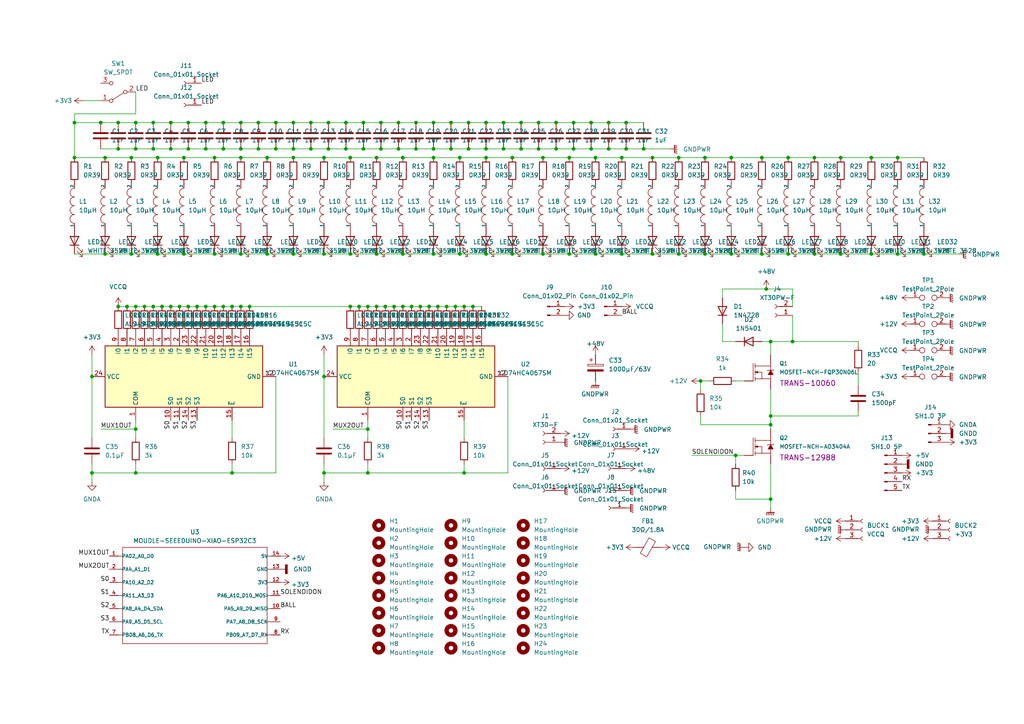
<source format=kicad_sch>
(kicad_sch (version 20230121) (generator eeschema)
  (paper "A4")
  (title_block (title "layer 1 schematic drawing") (date "2024-01-02") (rev "1.1") (company "8076ducc Robotics Competition Team"))
  (junction (at 121.92 88.9))
  (junction (at 171.45 35.56))
  (junction (at 125.73 35.56))
  (junction (at 52.07 88.9))
  (junction (at 137.16 88.9))
  (junction (at 243.84 73.66))
  (junction (at 222.25 83.82))
  (junction (at 116.84 45.72))
  (junction (at 146.05 35.56))
  (junction (at 62.23 88.9))
  (junction (at 100.33 43.18))
  (junction (at 120.65 43.18))
  (junction (at 135.89 43.18))
  (junction (at 106.68 88.9))
  (junction (at 212.09 73.66))
  (junction (at 186.69 43.18))
  (junction (at 54.61 35.56))
  (junction (at 229.87 99.06))
  (junction (at 21.59 45.72))
  (junction (at 59.69 88.9))
  (junction (at 161.29 43.18))
  (junction (at 260.35 73.66))
  (junction (at 64.77 43.18))
  (junction (at 133.35 73.66))
  (junction (at 101.6 88.9))
  (junction (at 125.73 45.72))
  (junction (at 39.37 88.9))
  (junction (at 69.85 35.56))
  (junction (at 140.97 35.56))
  (junction (at 135.89 35.56))
  (junction (at 85.09 35.56))
  (junction (at 124.46 88.9))
  (junction (at 110.49 43.18))
  (junction (at 59.69 43.18))
  (junction (at 204.47 45.72))
  (junction (at 30.48 73.66))
  (junction (at 213.36 132.08))
  (junction (at 116.84 73.66))
  (junction (at 130.81 35.56))
  (junction (at 53.34 73.66))
  (junction (at 26.67 137.16))
  (junction (at 45.72 73.66))
  (junction (at 36.83 88.9))
  (junction (at 39.37 35.56))
  (junction (at 172.72 73.66))
  (junction (at 166.37 35.56))
  (junction (at 212.09 45.72))
  (junction (at 49.53 43.18))
  (junction (at 156.21 35.56))
  (junction (at 228.6 45.72))
  (junction (at 93.98 73.66))
  (junction (at 236.22 73.66))
  (junction (at 77.47 45.72))
  (junction (at 243.84 45.72))
  (junction (at 125.73 73.66))
  (junction (at 180.34 73.66))
  (junction (at 44.45 88.9))
  (junction (at 74.93 43.18))
  (junction (at 148.59 45.72))
  (junction (at 223.52 99.06))
  (junction (at 260.35 45.72))
  (junction (at 116.84 88.9))
  (junction (at 105.41 43.18))
  (junction (at 59.69 35.56))
  (junction (at 105.41 35.56))
  (junction (at 220.98 73.66))
  (junction (at 172.72 45.72))
  (junction (at 69.85 45.72))
  (junction (at 29.21 35.56))
  (junction (at 90.17 35.56))
  (junction (at 134.62 137.16))
  (junction (at 115.57 35.56))
  (junction (at 140.97 45.72))
  (junction (at 120.65 35.56))
  (junction (at 38.1 45.72))
  (junction (at 64.77 88.9))
  (junction (at 95.25 43.18))
  (junction (at 130.81 43.18))
  (junction (at 34.29 43.18))
  (junction (at 67.31 137.16))
  (junction (at 26.67 109.22))
  (junction (at 49.53 35.56))
  (junction (at 85.09 73.66))
  (junction (at 127 88.9))
  (junction (at 151.13 35.56))
  (junction (at 157.48 73.66))
  (junction (at 72.39 88.9))
  (junction (at 67.31 88.9))
  (junction (at 140.97 43.18))
  (junction (at 101.6 45.72))
  (junction (at 57.15 88.9))
  (junction (at 41.91 88.9))
  (junction (at 176.53 35.56))
  (junction (at 85.09 43.18))
  (junction (at 34.29 35.56))
  (junction (at 119.38 88.9))
  (junction (at 223.52 144.78))
  (junction (at 156.21 43.18))
  (junction (at 196.85 45.72))
  (junction (at 104.14 88.9))
  (junction (at 223.52 123.19))
  (junction (at 85.09 45.72))
  (junction (at 45.72 45.72))
  (junction (at 228.6 73.66))
  (junction (at 189.23 73.66))
  (junction (at 74.93 35.56))
  (junction (at 39.37 43.18))
  (junction (at 176.53 43.18))
  (junction (at 236.22 45.72))
  (junction (at 93.98 109.22))
  (junction (at 204.47 73.66))
  (junction (at 106.68 137.16))
  (junction (at 125.73 43.18))
  (junction (at 38.1 73.66))
  (junction (at 80.01 43.18))
  (junction (at 146.05 43.18))
  (junction (at 53.34 45.72))
  (junction (at 223.52 120.65))
  (junction (at 69.85 88.9))
  (junction (at 252.73 73.66))
  (junction (at 133.35 45.72))
  (junction (at 189.23 45.72))
  (junction (at 109.22 73.66))
  (junction (at 62.23 45.72))
  (junction (at 54.61 43.18))
  (junction (at 157.48 45.72))
  (junction (at 171.45 43.18))
  (junction (at 140.97 73.66))
  (junction (at 39.37 124.46))
  (junction (at 111.76 88.9))
  (junction (at 69.85 73.66))
  (junction (at 49.53 88.9))
  (junction (at 34.29 88.9))
  (junction (at 109.22 45.72))
  (junction (at 129.54 88.9))
  (junction (at 220.98 45.72))
  (junction (at 161.29 35.56))
  (junction (at 165.1 45.72))
  (junction (at 46.99 88.9))
  (junction (at 151.13 43.18))
  (junction (at 114.3 88.9))
  (junction (at 54.61 88.9))
  (junction (at 196.85 73.66))
  (junction (at 64.77 35.56))
  (junction (at 95.25 35.56))
  (junction (at 39.37 137.16))
  (junction (at 93.98 137.16))
  (junction (at 203.2 110.49))
  (junction (at 148.59 73.66))
  (junction (at 69.85 43.18))
  (junction (at 62.23 73.66))
  (junction (at 30.48 45.72))
  (junction (at 132.08 88.9))
  (junction (at 90.17 43.18))
  (junction (at 93.98 45.72))
  (junction (at 101.6 73.66))
  (junction (at 44.45 43.18))
  (junction (at 115.57 43.18))
  (junction (at 77.47 73.66))
  (junction (at 110.49 35.56))
  (junction (at 44.45 35.56))
  (junction (at 134.62 88.9))
  (junction (at 267.97 73.66))
  (junction (at 100.33 35.56))
  (junction (at 181.61 35.56))
  (junction (at 165.1 73.66))
  (junction (at 21.59 35.56))
  (junction (at 109.22 88.9))
  (junction (at 166.37 43.18))
  (junction (at 106.68 124.46))
  (junction (at 180.34 45.72))
  (junction (at 181.61 43.18))
  (junction (at 252.73 45.72))
  (junction (at 80.01 35.56))
  (wire (pts (xy 24.13 29.21) (xy 29.21 29.21)))
  (wire (pts (xy 229.87 99.06) (xy 223.52 99.06)))
  (wire (pts (xy 72.39 88.9) (xy 101.6 88.9)))
  (wire (pts (xy 229.87 83.82) (xy 229.87 88.9)))
  (wire (pts (xy 140.97 35.56) (xy 146.05 35.56)))
  (wire (pts (xy 34.29 88.9) (xy 36.83 88.9)))
  (wire (pts (xy 116.84 73.66) (xy 125.73 73.66)))
  (wire (pts (xy 220.98 45.72) (xy 228.6 45.72)))
  (wire (pts (xy 171.45 43.18) (xy 176.53 43.18)))
  (wire (pts (xy 146.05 35.56) (xy 151.13 35.56)))
  (wire (pts (xy 134.62 88.9) (xy 137.16 88.9)))
  (wire (pts (xy 129.54 88.9) (xy 132.08 88.9)))
  (wire (pts (xy 203.2 120.65) (xy 203.2 123.19)))
  (wire (pts (xy 21.59 33.02) (xy 39.37 33.02)))
  (wire (pts (xy 243.84 45.72) (xy 252.73 45.72)))
  (wire (pts (xy 64.77 88.9) (xy 67.31 88.9)))
  (wire (pts (xy 30.48 45.72) (xy 38.1 45.72)))
  (wire (pts (xy 127 88.9) (xy 129.54 88.9)))
  (wire (pts (xy 59.69 43.18) (xy 64.77 43.18)))
  (wire (pts (xy 204.47 45.72) (xy 212.09 45.72)))
  (wire (pts (xy 59.69 88.9) (xy 62.23 88.9)))
  (wire (pts (xy 106.68 121.92) (xy 106.68 124.46)))
  (wire (pts (xy 248.92 120.65) (xy 223.52 120.65)))
  (wire (pts (xy 77.47 45.72) (xy 85.09 45.72)))
  (wire (pts (xy 189.23 73.66) (xy 196.85 73.66)))
  (wire (pts (xy 80.01 137.16) (xy 67.31 137.16)))
  (wire (pts (xy 248.92 99.06) (xy 229.87 99.06)))
  (wire (pts (xy 203.2 110.49) (xy 205.74 110.49)))
  (wire (pts (xy 115.57 35.56) (xy 120.65 35.56)))
  (wire (pts (xy 93.98 109.22) (xy 93.98 127)))
  (wire (pts (xy 147.32 109.22) (xy 147.32 137.16)))
  (wire (pts (xy 213.36 134.62) (xy 213.36 132.08)))
  (wire (pts (xy 203.2 113.03) (xy 203.2 110.49)))
  (wire (pts (xy 109.22 73.66) (xy 116.84 73.66)))
  (wire (pts (xy 212.09 45.72) (xy 220.98 45.72)))
  (wire (pts (xy 137.16 88.9) (xy 139.7 88.9)))
  (wire (pts (xy 54.61 88.9) (xy 57.15 88.9)))
  (wire (pts (xy 21.59 73.66) (xy 30.48 73.66)))
  (wire (pts (xy 212.09 73.66) (xy 220.98 73.66)))
  (wire (pts (xy 260.35 73.66) (xy 267.97 73.66)))
  (wire (pts (xy 39.37 43.18) (xy 44.45 43.18)))
  (wire (pts (xy 38.1 45.72) (xy 45.72 45.72)))
  (wire (pts (xy 161.29 43.18) (xy 166.37 43.18)))
  (wire (pts (xy 156.21 35.56) (xy 161.29 35.56)))
  (wire (pts (xy 196.85 73.66) (xy 204.47 73.66)))
  (wire (pts (xy 260.35 45.72) (xy 267.97 45.72)))
  (wire (pts (xy 157.48 73.66) (xy 165.1 73.66)))
  (wire (pts (xy 29.21 43.18) (xy 34.29 43.18)))
  (wire (pts (xy 120.65 35.56) (xy 125.73 35.56)))
  (wire (pts (xy 171.45 35.56) (xy 176.53 35.56)))
  (wire (pts (xy 53.34 73.66) (xy 62.23 73.66)))
  (wire (pts (xy 124.46 88.9) (xy 127 88.9)))
  (wire (pts (xy 95.25 43.18) (xy 100.33 43.18)))
  (wire (pts (xy 49.53 43.18) (xy 54.61 43.18)))
  (wire (pts (xy 34.29 43.18) (xy 39.37 43.18)))
  (wire (pts (xy 80.01 43.18) (xy 85.09 43.18)))
  (wire (pts (xy 151.13 35.56) (xy 156.21 35.56)))
  (wire (pts (xy 93.98 134.62) (xy 93.98 137.16)))
  (wire (pts (xy 69.85 45.72) (xy 77.47 45.72)))
  (wire (pts (xy 147.32 137.16) (xy 134.62 137.16)))
  (wire (pts (xy 220.98 99.06) (xy 223.52 99.06)))
  (wire (pts (xy 252.73 45.72) (xy 260.35 45.72)))
  (wire (pts (xy 148.59 73.66) (xy 157.48 73.66)))
  (wire (pts (xy 29.21 124.46) (xy 39.37 124.46)))
  (wire (pts (xy 133.35 73.66) (xy 140.97 73.66)))
  (wire (pts (xy 44.45 35.56) (xy 49.53 35.56)))
  (wire (pts (xy 267.97 73.66) (xy 278.13 73.66)))
  (wire (pts (xy 200.66 132.08) (xy 213.36 132.08)))
  (wire (pts (xy 39.37 35.56) (xy 44.45 35.56)))
  (wire (pts (xy 209.55 99.06) (xy 213.36 99.06)))
  (wire (pts (xy 213.36 110.49) (xy 215.9 110.49)))
  (wire (pts (xy 105.41 43.18) (xy 110.49 43.18)))
  (wire (pts (xy 93.98 45.72) (xy 101.6 45.72)))
  (wire (pts (xy 90.17 35.56) (xy 95.25 35.56)))
  (wire (pts (xy 67.31 137.16) (xy 39.37 137.16)))
  (wire (pts (xy 166.37 43.18) (xy 171.45 43.18)))
  (wire (pts (xy 106.68 134.62) (xy 106.68 137.16)))
  (wire (pts (xy 148.59 45.72) (xy 157.48 45.72)))
  (wire (pts (xy 134.62 137.16) (xy 106.68 137.16)))
  (wire (pts (xy 236.22 73.66) (xy 243.84 73.66)))
  (wire (pts (xy 223.52 134.62) (xy 223.52 144.78)))
  (wire (pts (xy 80.01 109.22) (xy 80.01 137.16)))
  (wire (pts (xy 115.57 43.18) (xy 120.65 43.18)))
  (wire (pts (xy 125.73 73.66) (xy 133.35 73.66)))
  (wire (pts (xy 220.98 73.66) (xy 228.6 73.66)))
  (wire (pts (xy 125.73 35.56) (xy 130.81 35.56)))
  (wire (pts (xy 110.49 35.56) (xy 115.57 35.56)))
  (wire (pts (xy 109.22 88.9) (xy 111.76 88.9)))
  (wire (pts (xy 69.85 73.66) (xy 77.47 73.66)))
  (wire (pts (xy 34.29 35.56) (xy 39.37 35.56)))
  (wire (pts (xy 104.14 88.9) (xy 106.68 88.9)))
  (wire (pts (xy 44.45 88.9) (xy 46.99 88.9)))
  (wire (pts (xy 85.09 43.18) (xy 90.17 43.18)))
  (wire (pts (xy 180.34 45.72) (xy 189.23 45.72)))
  (wire (pts (xy 209.55 83.82) (xy 209.55 86.36)))
  (wire (pts (xy 213.36 144.78) (xy 213.36 142.24)))
  (wire (pts (xy 110.49 43.18) (xy 115.57 43.18)))
  (wire (pts (xy 252.73 73.66) (xy 260.35 73.66)))
  (wire (pts (xy 213.36 132.08) (xy 215.9 132.08)))
  (wire (pts (xy 111.76 88.9) (xy 114.3 88.9)))
  (wire (pts (xy 46.99 88.9) (xy 49.53 88.9)))
  (wire (pts (xy 39.37 26.67) (xy 39.37 33.02)))
  (wire (pts (xy 95.25 35.56) (xy 100.33 35.56)))
  (wire (pts (xy 140.97 73.66) (xy 148.59 73.66)))
  (wire (pts (xy 180.34 73.66) (xy 189.23 73.66)))
  (wire (pts (xy 39.37 88.9) (xy 41.91 88.9)))
  (wire (pts (xy 248.92 120.65) (xy 248.92 119.38)))
  (wire (pts (xy 236.22 45.72) (xy 243.84 45.72)))
  (wire (pts (xy 45.72 45.72) (xy 53.34 45.72)))
  (wire (pts (xy 93.98 137.16) (xy 93.98 139.7)))
  (wire (pts (xy 26.67 109.22) (xy 26.67 127)))
  (wire (pts (xy 125.73 43.18) (xy 130.81 43.18)))
  (wire (pts (xy 189.23 45.72) (xy 196.85 45.72)))
  (wire (pts (xy 69.85 43.18) (xy 74.93 43.18)))
  (wire (pts (xy 116.84 88.9) (xy 119.38 88.9)))
  (wire (pts (xy 85.09 35.56) (xy 90.17 35.56)))
  (wire (pts (xy 21.59 35.56) (xy 29.21 35.56)))
  (wire (pts (xy 62.23 88.9) (xy 64.77 88.9)))
  (wire (pts (xy 62.23 45.72) (xy 69.85 45.72)))
  (wire (pts (xy 109.22 45.72) (xy 116.84 45.72)))
  (wire (pts (xy 106.68 137.16) (xy 93.98 137.16)))
  (wire (pts (xy 223.52 144.78) (xy 223.52 147.32)))
  (wire (pts (xy 106.68 124.46) (xy 106.68 127)))
  (wire (pts (xy 26.67 134.62) (xy 26.67 137.16)))
  (wire (pts (xy 100.33 35.56) (xy 105.41 35.56)))
  (wire (pts (xy 204.47 73.66) (xy 212.09 73.66)))
  (wire (pts (xy 85.09 73.66) (xy 93.98 73.66)))
  (wire (pts (xy 101.6 88.9) (xy 104.14 88.9)))
  (wire (pts (xy 100.33 43.18) (xy 105.41 43.18)))
  (wire (pts (xy 196.85 45.72) (xy 204.47 45.72)))
  (wire (pts (xy 69.85 88.9) (xy 72.39 88.9)))
  (wire (pts (xy 77.47 73.66) (xy 85.09 73.66)))
  (wire (pts (xy 229.87 91.44) (xy 229.87 99.06)))
  (wire (pts (xy 64.77 35.56) (xy 69.85 35.56)))
  (wire (pts (xy 105.41 35.56) (xy 110.49 35.56)))
  (wire (pts (xy 140.97 43.18) (xy 146.05 43.18)))
  (wire (pts (xy 69.85 35.56) (xy 74.93 35.56)))
  (wire (pts (xy 151.13 43.18) (xy 156.21 43.18)))
  (wire (pts (xy 29.21 35.56) (xy 34.29 35.56)))
  (wire (pts (xy 21.59 45.72) (xy 30.48 45.72)))
  (wire (pts (xy 54.61 43.18) (xy 59.69 43.18)))
  (wire (pts (xy 222.25 83.82) (xy 229.87 83.82)))
  (wire (pts (xy 140.97 45.72) (xy 148.59 45.72)))
  (wire (pts (xy 134.62 121.92) (xy 134.62 127)))
  (wire (pts (xy 59.69 35.56) (xy 64.77 35.56)))
  (wire (pts (xy 166.37 35.56) (xy 171.45 35.56)))
  (wire (pts (xy 120.65 43.18) (xy 125.73 43.18)))
  (wire (pts (xy 93.98 102.87) (xy 93.98 109.22)))
  (wire (pts (xy 49.53 35.56) (xy 54.61 35.56)))
  (wire (pts (xy 67.31 88.9) (xy 69.85 88.9)))
  (wire (pts (xy 45.72 73.66) (xy 53.34 73.66)))
  (wire (pts (xy 67.31 134.62) (xy 67.31 137.16)))
  (wire (pts (xy 223.52 99.06) (xy 223.52 102.87)))
  (wire (pts (xy 53.34 45.72) (xy 62.23 45.72)))
  (wire (pts (xy 49.53 88.9) (xy 52.07 88.9)))
  (wire (pts (xy 176.53 35.56) (xy 181.61 35.56)))
  (wire (pts (xy 135.89 35.56) (xy 140.97 35.56)))
  (wire (pts (xy 21.59 45.72) (xy 21.59 35.56)))
  (wire (pts (xy 39.37 124.46) (xy 39.37 127)))
  (wire (pts (xy 132.08 88.9) (xy 134.62 88.9)))
  (wire (pts (xy 209.55 93.98) (xy 209.55 99.06)))
  (wire (pts (xy 223.52 123.19) (xy 223.52 124.46)))
  (wire (pts (xy 203.2 123.19) (xy 223.52 123.19)))
  (wire (pts (xy 135.89 43.18) (xy 140.97 43.18)))
  (wire (pts (xy 74.93 35.56) (xy 80.01 35.56)))
  (wire (pts (xy 243.84 73.66) (xy 252.73 73.66)))
  (wire (pts (xy 228.6 73.66) (xy 236.22 73.66)))
  (wire (pts (xy 67.31 121.92) (xy 67.31 127)))
  (wire (pts (xy 172.72 73.66) (xy 180.34 73.66)))
  (wire (pts (xy 64.77 43.18) (xy 69.85 43.18)))
  (wire (pts (xy 74.93 43.18) (xy 80.01 43.18)))
  (wire (pts (xy 223.52 144.78) (xy 213.36 144.78)))
  (wire (pts (xy 130.81 35.56) (xy 135.89 35.56)))
  (wire (pts (xy 165.1 45.72) (xy 172.72 45.72)))
  (wire (pts (xy 248.92 107.95) (xy 248.92 111.76)))
  (wire (pts (xy 125.73 45.72) (xy 133.35 45.72)))
  (wire (pts (xy 146.05 43.18) (xy 151.13 43.18)))
  (wire (pts (xy 130.81 43.18) (xy 135.89 43.18)))
  (wire (pts (xy 21.59 35.56) (xy 21.59 33.02)))
  (wire (pts (xy 114.3 88.9) (xy 116.84 88.9)))
  (wire (pts (xy 96.52 124.46) (xy 106.68 124.46)))
  (wire (pts (xy 165.1 73.66) (xy 172.72 73.66)))
  (wire (pts (xy 101.6 45.72) (xy 109.22 45.72)))
  (wire (pts (xy 26.67 102.87) (xy 26.67 109.22)))
  (wire (pts (xy 39.37 134.62) (xy 39.37 137.16)))
  (wire (pts (xy 85.09 45.72) (xy 93.98 45.72)))
  (wire (pts (xy 157.48 45.72) (xy 165.1 45.72)))
  (wire (pts (xy 26.67 137.16) (xy 26.67 139.7)))
  (wire (pts (xy 181.61 35.56) (xy 186.69 35.56)))
  (wire (pts (xy 41.91 88.9) (xy 44.45 88.9)))
  (wire (pts (xy 30.48 73.66) (xy 38.1 73.66)))
  (wire (pts (xy 93.98 73.66) (xy 101.6 73.66)))
  (wire (pts (xy 209.55 83.82) (xy 222.25 83.82)))
  (wire (pts (xy 181.61 43.18) (xy 186.69 43.18)))
  (wire (pts (xy 248.92 99.06) (xy 248.92 100.33)))
  (wire (pts (xy 223.52 120.65) (xy 223.52 123.19)))
  (wire (pts (xy 36.83 88.9) (xy 39.37 88.9)))
  (wire (pts (xy 156.21 43.18) (xy 161.29 43.18)))
  (wire (pts (xy 116.84 45.72) (xy 125.73 45.72)))
  (wire (pts (xy 54.61 35.56) (xy 59.69 35.56)))
  (wire (pts (xy 172.72 45.72) (xy 180.34 45.72)))
  (wire (pts (xy 57.15 88.9) (xy 59.69 88.9)))
  (wire (pts (xy 44.45 43.18) (xy 49.53 43.18)))
  (wire (pts (xy 80.01 35.56) (xy 85.09 35.56)))
  (wire (pts (xy 134.62 134.62) (xy 134.62 137.16)))
  (wire (pts (xy 38.1 73.66) (xy 45.72 73.66)))
  (wire (pts (xy 161.29 35.56) (xy 166.37 35.56)))
  (wire (pts (xy 39.37 137.16) (xy 26.67 137.16)))
  (wire (pts (xy 39.37 121.92) (xy 39.37 124.46)))
  (wire (pts (xy 186.69 43.18) (xy 194.31 43.18)))
  (wire (pts (xy 176.53 43.18) (xy 181.61 43.18)))
  (wire (pts (xy 101.6 73.66) (xy 109.22 73.66)))
  (wire (pts (xy 106.68 88.9) (xy 109.22 88.9)))
  (wire (pts (xy 133.35 45.72) (xy 140.97 45.72)))
  (wire (pts (xy 119.38 88.9) (xy 121.92 88.9)))
  (wire (pts (xy 62.23 73.66) (xy 69.85 73.66)))
  (wire (pts (xy 52.07 88.9) (xy 54.61 88.9)))
  (wire (pts (xy 228.6 45.72) (xy 236.22 45.72)))
  (wire (pts (xy 90.17 43.18) (xy 95.25 43.18)))
  (wire (pts (xy 121.92 88.9) (xy 124.46 88.9)))
  (wire (pts (xy 223.52 113.03) (xy 223.52 120.65)))
  (label "MUX1OUT" (at 31.75 161.29 180))
  (label "LED" (at 39.37 26.67 0))
  (label "S3" (at 124.46 121.92 270))
  (label "MUX2OUT" (at 96.52 124.46 0))
  (label "TX" (at 261.62 142.24 0))
  (label "S1" (at 52.07 121.92 270))
  (label "S0" (at 116.84 121.92 270))
  (label "S1" (at 119.38 121.92 270))
  (label "MUX2OUT" (at 31.75 165.1 180))
  (label "S3" (at 31.75 180.34 180))
  (label "BALL" (at 81.28 176.53 0))
  (label "S0" (at 31.75 168.91 180))
  (label "RX" (at 261.62 139.7 0))
  (label "S3" (at 57.15 121.92 270))
  (label "SOLENOIDON" (at 200.66 132.08 0))
  (label "S0" (at 49.53 121.92 270))
  (label "LED" (at 58.42 30.48 0))
  (label "LED" (at 58.42 24.13 0))
  (label "RX" (at 81.28 184.15 0))
  (label "BALL" (at 180.34 91.44 0))
  (label "MUX1OUT" (at 29.21 124.46 0))
  (label "S2" (at 31.75 176.53 180))
  (label "S2" (at 54.61 121.92 270))
  (label "S1" (at 31.75 172.72 180))
  (label "TX" (at 31.75 184.15 180))
  (label "SOLENOIDON" (at 81.28 172.72 0))
  (label "S2" (at 121.92 121.92 270))
  (symbol (lib_id "Device:R") (at 134.62 130.81 0) (unit 1)
    (property "Reference" "R39" (at 137.16 129.5399 0) (effects (justify left)))
    (property "Value" "10k" (at 137.16 132.0799 0) (effects (justify left)))
    (property "Footprint" "Resistor_SMD:R_0603_1608Metric" (effects hide))
  )
  (symbol (lib_id "Mechanical:MountingHole") (at 130.81 182.88 0) (unit 1)
    (property "Reference" "H15" (at 133.858 181.6099 0) (effects (justify left)))
    (property "Value" "MountingHole" (at 133.858 184.1499 0) (effects (justify left)))
    (property "Footprint" "MountingHole:MountingHole_3.2mm_M3_Pad" (effects hide))
  )
  (symbol (lib_id "Device:R") (at 248.92 104.14 0) (unit 1)
    (property "Reference" "R33" (at 251.46 102.8699 0) (effects (justify left)))
    (property "Value" "20" (at 251.46 105.4099 0) (effects (justify left)))
    (property "Footprint" "Resistor_SMD:R_0603_1608Metric" (effects hide))
  )
  (symbol (lib_name "VCCQ_3") (lib_id "power:VCCQ") (at 264.16 101.6 90) (unit 1)
    (property "Reference" "#PWR034" (effects hide))
    (property "Value" "VCCQ" (at 260.35 101.6 90) (effects (justify left)))
  )
  (symbol (lib_id "Device:R") (at 148.59 49.53 0) (unit 1)
    (property "Reference" "R17" (at 151.13 48.2599 0) (effects (justify left)))
    (property "Value" "0R39" (at 151.13 50.7999 0) (effects (justify left)))
    (property "Footprint" "Resistor_SMD:R_0603_1608Metric" (effects hide))
  )
  (symbol (lib_id "Connector:TestPoint_2Pole") (at 269.24 86.36 0) (unit 1)
    (property "Reference" "TP1" (at 269.24 81.28 0))
    (property "Value" "TestPoint_2Pole" (at 269.24 83.82 0))
    (property "Footprint" "TestPoint:TestPoint_2Pads_Pitch2.54mm_Drill0.8mm" (effects hide))
  )
  (symbol (lib_id "Mechanical:MountingHole") (at 130.81 172.72 0) (unit 1)
    (property "Reference" "H13" (at 133.858 171.4499 0) (effects (justify left)))
    (property "Value" "MountingHole" (at 133.858 173.9899 0) (effects (justify left)))
    (property "Footprint" "MountingHole:MountingHole_3.2mm_M3_Pad" (effects hide))
  )
  (symbol (lib_id "74xx:CD74HC4067SM") (at 52.07 109.22 90) (unit 1)
    (property "Reference" "U1" (at 85.09 105.6386 90))
    (property "Value" "CD74HC4067SM" (at 85.09 108.1786 90))
    (property "Footprint" "Package_SO:SOIC-24W_7.5x15.4mm_P1.27mm" (effects hide))
    (property "Datasheet" "http://www.ti.com/lit/ds/symlink/cd74hc4067.pdf" (effects hide))
  )
  (symbol (lib_id "Device:LED") (at 228.6 69.85 90) (unit 1)
    (property "Reference" "LED27" (at 232.41 70.1674 90) (effects (justify right)))
    (property "Value" "WHITE 3528" (at 232.41 72.7074 90) (effects (justify right)))
    (property "Footprint" "Capacitor_Tantalum_SMD:CP_EIA-3528-12_Kemet-T" (effects hide))
  )
  (symbol (lib_id "Device:R") (at 203.2 116.84 0) (unit 1)
    (property "Reference" "R35" (at 205.74 115.5699 0) (effects (justify left)))
    (property "Value" "10k" (at 205.74 118.1099 0) (effects (justify left)))
    (property "Footprint" "Resistor_SMD:R_0603_1608Metric" (effects hide))
  )
  (symbol (lib_id "Device:R") (at 157.48 49.53 0) (unit 1)
    (property "Reference" "R18" (at 160.02 48.2599 0) (effects (justify left)))
    (property "Value" "0R39" (at 160.02 50.7999 0) (effects (justify left)))
    (property "Footprint" "Resistor_SMD:R_0603_1608Metric" (effects hide))
  )
  (symbol (lib_id "Mechanical:MountingHole") (at 109.855 152.4 0) (unit 1)
    (property "Reference" "H1" (at 112.903 151.1299 0) (effects (justify left)))
    (property "Value" "MountingHole" (at 112.903 153.6699 0) (effects (justify left)))
    (property "Footprint" "MountingHole:MountingHole_3.2mm_M3_Pad" (effects hide))
  )
  (symbol (lib_id "Device:R") (at 59.69 92.71 0) (unit 1)
    (property "Reference" "LDR11" (at 61.595 91.4399 0) (effects (justify left)))
    (property "Value" "ALS-PT19-315C" (at 61.595 93.9799 0) (effects (justify left)))
    (property "Footprint" "Diode_SMD:D_0603_1608Metric" (effects hide))
  )
  (symbol (lib_id "Connector:Conn_01x03_Female") (at 250.19 153.67 0) (unit 1)
    (property "Reference" "BUCK1" (at 251.46 152.4 0) (effects (justify left)))
    (property "Value" "VCCQ" (at 251.46 154.94 0) (effects (justify left)))
    (property "Footprint" "Connector_PinSocket_2.54mm:PinSocket_1x03_P2.54mm_Horizontal" (effects hide))
  )
  (symbol (lib_name "VCCQ_2") (lib_id "power:VCCQ") (at 245.11 151.13 90) (unit 1)
    (property "Reference" "#PWR019" (effects hide))
    (property "Value" "VCCQ" (at 241.3 151.13 90) (effects (justify left)))
  )
  (symbol (lib_id "Device:R") (at 209.55 110.49 90) (unit 1)
    (property "Reference" "R34" (at 209.55 104.14 90))
    (property "Value" "1k" (at 209.55 106.68 90))
    (property "Footprint" "Resistor_SMD:R_0603_1608Metric" (effects hide))
  )
  (symbol (lib_id "Device:LED") (at 148.59 69.85 90) (unit 1)
    (property "Reference" "LED17" (at 152.4 70.1674 90) (effects (justify right)))
    (property "Value" "WHITE 3528" (at 152.4 72.7074 90) (effects (justify right)))
    (property "Footprint" "Capacitor_Tantalum_SMD:CP_EIA-3528-12_Kemet-T" (effects hide))
  )
  (symbol (lib_id "Connector:Conn_01x05_Pin") (at 256.54 137.16 0) (unit 1)
    (property "Reference" "J13" (at 257.175 127 0))
    (property "Value" "SH1.0 5P" (at 257.175 129.54 0))
    (property "Footprint" "Connector_JST:JST_SH_BM05B-SRSS-TB_1x05-1MP_P1.00mm_Vertical" (effects hide))
  )
  (symbol (lib_name "VCCQ_4") (lib_id "power:VCCQ") (at 191.77 158.75 270) (unit 1)
    (property "Reference" "#PWR046" (effects hide))
    (property "Value" "VCCQ" (at 194.945 158.75 90) (effects (justify left)))
  )
  (symbol (lib_id "Device:LED") (at 260.35 69.85 90) (unit 1)
    (property "Reference" "LED31" (at 264.16 70.1674 90) (effects (justify right)))
    (property "Value" "WHITE 3528" (at 264.16 72.7074 90) (effects (justify right)))
    (property "Footprint" "Capacitor_Tantalum_SMD:CP_EIA-3528-12_Kemet-T" (effects hide))
  )
  (symbol (lib_id "Device:C_Polarized") (at 172.72 106.68 0) (unit 1)
    (property "Reference" "C33" (at 176.53 104.5209 0) (effects (justify left)))
    (property "Value" "1000µF/63V" (at 176.53 107.0609 0) (effects (justify left)))
    (property "Footprint" "Capacitor_THT:CP_Radial_D16.0mm_P7.50mm" (effects hide))
  )
  (symbol (lib_name "+48V_2") (lib_id "power:+48V") (at 264.16 86.36 90) (unit 1)
    (property "Reference" "#PWR030" (effects hide))
    (property "Value" "+48V" (at 260.35 86.36 90) (effects (justify left)))
  )
  (symbol (lib_id "Device:LED") (at 157.48 69.85 90) (unit 1)
    (property "Reference" "LED18" (at 161.29 70.1674 90) (effects (justify right)))
    (property "Value" "WHITE 3528" (at 161.29 72.7074 90) (effects (justify right)))
    (property "Footprint" "Capacitor_Tantalum_SMD:CP_EIA-3528-12_Kemet-T" (effects hide))
  )
  (symbol (lib_id "Device:C") (at 115.57 39.37 0) (unit 1)
    (property "Reference" "C18" (at 118.745 38.0999 0) (effects (justify left)))
    (property "Value" "1uF" (at 118.745 40.6399 0) (effects (justify left)))
    (property "Footprint" "Capacitor_SMD:C_0603_1608Metric" (effects hide))
  )
  (symbol (lib_id "power:GNDPWR") (at 270.51 153.67 270) (unit 1)
    (property "Reference" "#PWR022" (effects hide))
    (property "Value" "GNDPWR" (at 266.7 153.543 90) (effects (justify right)))
  )
  (symbol (lib_id "Device:LED") (at 85.09 69.85 90) (unit 1)
    (property "Reference" "LED9" (at 88.9 70.1674 90) (effects (justify right)))
    (property "Value" "WHITE 3528" (at 88.9 72.7074 90) (effects (justify right)))
    (property "Footprint" "Capacitor_Tantalum_SMD:CP_EIA-3528-12_Kemet-T" (effects hide))
  )
  (symbol (lib_id "Device:R") (at 109.22 92.71 0) (unit 1)
    (property "Reference" "LDR20" (at 111.125 91.4399 0) (effects (justify left)))
    (property "Value" "ALS-PT19-315C" (at 111.125 93.9799 0) (effects (justify left)))
    (property "Footprint" "Diode_SMD:D_0603_1608Metric" (effects hide))
  )
  (symbol (lib_id "Mechanical:MountingHole") (at 151.765 187.96 0) (unit 1)
    (property "Reference" "H24" (at 154.813 186.6899 0) (effects (justify left)))
    (property "Value" "MountingHole" (at 154.813 189.2299 0) (effects (justify left)))
    (property "Footprint" "MountingHole:MountingHole_3.2mm_M3_Pad" (effects hide))
  )
  (symbol (lib_id "Device:C") (at 39.37 39.37 0) (unit 1)
    (property "Reference" "C3" (at 42.545 38.0999 0) (effects (justify left)))
    (property "Value" "1uF" (at 42.545 40.6399 0) (effects (justify left)))
    (property "Footprint" "Capacitor_SMD:C_0603_1608Metric" (effects hide))
  )
  (symbol (lib_id "Device:C") (at 110.49 39.37 0) (unit 1)
    (property "Reference" "C17" (at 113.665 38.0999 0) (effects (justify left)))
    (property "Value" "1uF" (at 113.665 40.6399 0) (effects (justify left)))
    (property "Footprint" "Capacitor_SMD:C_0603_1608Metric" (effects hide))
  )
  (symbol (lib_id "Device:R") (at 34.29 92.71 0) (unit 1)
    (property "Reference" "LDR1" (at 36.195 91.4399 0) (effects (justify left)))
    (property "Value" "ALS-PT19-315C" (at 36.195 93.9799 0) (effects (justify left)))
    (property "Footprint" "Diode_SMD:D_0603_1608Metric" (effects hide))
  )
  (symbol (lib_id "Device:LED") (at 38.1 69.85 90) (unit 1)
    (property "Reference" "LED3" (at 41.91 70.1674 90) (effects (justify right)))
    (property "Value" "WHITE 3528" (at 41.91 72.7074 90) (effects (justify right)))
    (property "Footprint" "Capacitor_Tantalum_SMD:CP_EIA-3528-12_Kemet-T" (effects hide))
  )
  (symbol (lib_id "Device:R") (at 267.97 49.53 0) (unit 1)
    (property "Reference" "R32" (at 270.51 48.2599 0) (effects (justify left)))
    (property "Value" "0R39" (at 270.51 50.7999 0) (effects (justify left)))
    (property "Footprint" "Resistor_SMD:R_0603_1608Metric" (effects hide))
  )
  (symbol (lib_id "Device:C") (at 95.25 39.37 0) (unit 1)
    (property "Reference" "C14" (at 98.425 38.0999 0) (effects (justify left)))
    (property "Value" "1uF" (at 98.425 40.6399 0) (effects (justify left)))
    (property "Footprint" "Capacitor_SMD:C_0603_1608Metric" (effects hide))
  )
  (symbol (lib_id "Device:LED") (at 212.09 69.85 90) (unit 1)
    (property "Reference" "LED25" (at 215.9 70.1674 90) (effects (justify right)))
    (property "Value" "WHITE 3528" (at 215.9 72.7074 90) (effects (justify right)))
    (property "Footprint" "Capacitor_Tantalum_SMD:CP_EIA-3528-12_Kemet-T" (effects hide))
  )
  (symbol (lib_id "power:GNDD") (at 274.32 125.73 90) (unit 1)
    (property "Reference" "#PWR045" (effects hide))
    (property "Value" "GNDD" (at 278.13 125.73 90) (effects (justify right)))
  )
  (symbol (lib_id "Mechanical:MountingHole") (at 151.765 182.88 0) (unit 1)
    (property "Reference" "H23" (at 154.813 181.6099 0) (effects (justify left)))
    (property "Value" "MountingHole" (at 154.813 184.1499 0) (effects (justify left)))
    (property "Footprint" "MountingHole:MountingHole_3.2mm_M3_Pad" (effects hide))
  )
  (symbol (lib_id "Device:R") (at 54.61 92.71 0) (unit 1)
    (property "Reference" "LDR9" (at 56.515 91.4399 0) (effects (justify left)))
    (property "Value" "ALS-PT19-315C" (at 56.515 93.9799 0) (effects (justify left)))
    (property "Footprint" "Diode_SMD:D_0603_1608Metric" (effects hide))
  )
  (symbol (lib_id "Device:C") (at 69.85 39.37 0) (unit 1)
    (property "Reference" "C9" (at 73.025 38.0999 0) (effects (justify left)))
    (property "Value" "1uF" (at 73.025 40.6399 0) (effects (justify left)))
    (property "Footprint" "Capacitor_SMD:C_0603_1608Metric" (effects hide))
  )
  (symbol (lib_id "Device:LED") (at 109.22 69.85 90) (unit 1)
    (property "Reference" "LED12" (at 113.03 70.1674 90) (effects (justify right)))
    (property "Value" "WHITE 3528" (at 113.03 72.7074 90) (effects (justify right)))
    (property "Footprint" "Capacitor_Tantalum_SMD:CP_EIA-3528-12_Kemet-T" (effects hide))
  )
  (symbol (lib_name "VCCQ_1") (lib_id "power:VCCQ") (at 180.34 88.9 270) (unit 1)
    (property "Reference" "#PWR028" (effects hide))
    (property "Value" "VCCQ" (at 184.404 88.9 90) (effects (justify left)))
  )
  (symbol (lib_id "Device:R") (at 196.85 49.53 0) (unit 1)
    (property "Reference" "R23" (at 199.39 48.2599 0) (effects (justify left)))
    (property "Value" "0R39" (at 199.39 50.7999 0) (effects (justify left)))
    (property "Footprint" "Resistor_SMD:R_0603_1608Metric" (effects hide))
  )
  (symbol (lib_id "Device:R") (at 41.91 92.71 0) (unit 1)
    (property "Reference" "LDR4" (at 43.815 91.4399 0) (effects (justify left)))
    (property "Value" "ALS-PT19-315C" (at 43.815 93.9799 0) (effects (justify left)))
    (property "Footprint" "Diode_SMD:D_0603_1608Metric" (effects hide))
  )
  (symbol (lib_name "GNDA_1") (lib_id "power:GNDA") (at 274.32 123.19 90) (unit 1)
    (property "Reference" "#PWR044" (effects hide))
    (property "Value" "GNDA" (at 278.13 123.19 90) (effects (justify right)))
  )
  (symbol (lib_id "power:GNDA") (at 93.98 139.7 0) (unit 1)
    (property "Reference" "#PWR07" (effects hide))
    (property "Value" "GNDA" (at 93.98 144.78 0))
  )
  (symbol (lib_id "pspice:INDUCTOR") (at 220.98 59.69 90) (unit 1)
    (property "Reference" "L26" (at 222.25 58.42 90) (effects (justify right)))
    (property "Value" "10µH" (at 222.25 60.96 90) (effects (justify right)))
    (property "Footprint" "Inductor_SMD:L_0805_2012Metric" (effects hide))
  )
  (symbol (lib_id "Device:R") (at 260.35 49.53 0) (unit 1)
    (property "Reference" "R31" (at 262.89 48.2599 0) (effects (justify left)))
    (property "Value" "0R39" (at 262.89 50.7999 0) (effects (justify left)))
    (property "Footprint" "Resistor_SMD:R_0603_1608Metric" (effects hide))
  )
  (symbol (lib_id "Device:LED") (at 116.84 69.85 90) (unit 1)
    (property "Reference" "LED13" (at 120.65 70.1674 90) (effects (justify right)))
    (property "Value" "WHITE 3528" (at 120.65 72.7074 90) (effects (justify right)))
    (property "Footprint" "Capacitor_Tantalum_SMD:CP_EIA-3528-12_Kemet-T" (effects hide))
  )
  (symbol (lib_id "pspice:INDUCTOR") (at 93.98 59.69 90) (unit 1)
    (property "Reference" "L10" (at 95.25 58.42 90) (effects (justify right)))
    (property "Value" "10µH" (at 95.25 60.96 90) (effects (justify right)))
    (property "Footprint" "Inductor_SMD:L_0805_2012Metric" (effects hide))
  )
  (symbol (lib_id "power:GNDPWR") (at 274.32 93.98 90) (unit 1)
    (property "Reference" "#PWR035" (effects hide))
    (property "Value" "GNDPWR" (at 278.13 94.107 90) (effects (justify right)))
  )
  (symbol (lib_id "pspice:INDUCTOR") (at 133.35 59.69 90) (unit 1)
    (property "Reference" "L15" (at 134.62 58.42 90) (effects (justify right)))
    (property "Value" "10µH" (at 134.62 60.96 90) (effects (justify right)))
    (property "Footprint" "Inductor_SMD:L_0805_2012Metric" (effects hide))
  )
  (symbol (lib_name "+3V3_4") (lib_id "power:+3V3") (at 184.15 158.75 90) (unit 1)
    (property "Reference" "#PWR047" (effects hide))
    (property "Value" "+3V3" (at 180.975 158.75 90) (effects (justify left)))
  )
  (symbol (lib_id "pspice:INDUCTOR") (at 267.97 59.69 90) (unit 1)
    (property "Reference" "L32" (at 269.24 58.42 90) (effects (justify right)))
    (property "Value" "10µH" (at 269.24 60.96 90) (effects (justify right)))
    (property "Footprint" "Inductor_SMD:L_0805_2012Metric" (effects hide))
  )
  (symbol (lib_id "power:+3V3") (at 26.67 102.87 0) (unit 1)
    (property "Reference" "#PWR03" (effects hide))
    (property "Value" "+3V3" (at 26.67 97.79 0))
  )
  (symbol (lib_name "+12V_3") (lib_id "power:+12V") (at 264.16 93.98 90) (unit 1)
    (property "Reference" "#PWR032" (effects hide))
    (property "Value" "+12V" (at 260.35 93.98 90) (effects (justify left)))
  )
  (symbol (lib_id "Mechanical:MountingHole") (at 130.81 187.96 0) (unit 1)
    (property "Reference" "H16" (at 133.858 186.6899 0) (effects (justify left)))
    (property "Value" "MountingHole" (at 133.858 189.2299 0) (effects (justify left)))
    (property "Footprint" "MountingHole:MountingHole_3.2mm_M3_Pad" (effects hide))
  )
  (symbol (lib_id "Mechanical:MountingHole") (at 109.855 172.72 0) (unit 1)
    (property "Reference" "H5" (at 112.903 171.4499 0) (effects (justify left)))
    (property "Value" "MountingHole" (at 112.903 173.9899 0) (effects (justify left)))
    (property "Footprint" "MountingHole:MountingHole_3.2mm_M3_Pad" (effects hide))
  )
  (symbol (lib_id "Mechanical:MountingHole") (at 109.855 157.48 0) (unit 1)
    (property "Reference" "H2" (at 112.903 156.2099 0) (effects (justify left)))
    (property "Value" "MountingHole" (at 112.903 158.7499 0) (effects (justify left)))
    (property "Footprint" "MountingHole:MountingHole_3.2mm_M3_Pad" (effects hide))
  )
  (symbol (lib_name "+12V_1") (lib_id "power:+12V") (at 182.88 130.175 270) (unit 1)
    (property "Reference" "#PWR029" (effects hide))
    (property "Value" "+12V" (at 186.055 130.81 90) (effects (justify left)))
  )
  (symbol (lib_name "+12V_1") (lib_id "power:+12V") (at 162.56 125.73 270) (unit 1)
    (property "Reference" "#PWR017" (effects hide))
    (property "Value" "+12V" (at 165.735 126.365 90) (effects (justify left)))
  )
  (symbol (lib_id "Device:C") (at 146.05 39.37 0) (unit 1)
    (property "Reference" "C24" (at 149.225 38.0999 0) (effects (justify left)))
    (property "Value" "1uF" (at 149.225 40.6399 0) (effects (justify left)))
    (property "Footprint" "Capacitor_SMD:C_0603_1608Metric" (effects hide))
  )
  (symbol (lib_id "Device:R") (at 129.54 92.71 0) (unit 1)
    (property "Reference" "LDR28" (at 131.445 91.4399 0) (effects (justify left)))
    (property "Value" "ALS-PT19-315C" (at 131.445 93.9799 0) (effects (justify left)))
    (property "Footprint" "Diode_SMD:D_0603_1608Metric" (effects hide))
  )
  (symbol (lib_id "Device:R") (at 52.07 92.71 0) (unit 1)
    (property "Reference" "LDR8" (at 53.975 91.4399 0) (effects (justify left)))
    (property "Value" "ALS-PT19-315C" (at 53.975 93.9799 0) (effects (justify left)))
    (property "Footprint" "Diode_SMD:D_0603_1608Metric" (effects hide))
  )
  (symbol (lib_id "Device:LED") (at 101.6 69.85 90) (unit 1)
    (property "Reference" "LED11" (at 105.41 70.1674 90) (effects (justify right)))
    (property "Value" "WHITE 3528" (at 105.41 72.7074 90) (effects (justify right)))
    (property "Footprint" "Capacitor_Tantalum_SMD:CP_EIA-3528-12_Kemet-T" (effects hide))
  )
  (symbol (lib_id "power:GNDPWR") (at 278.13 73.66 90) (unit 1)
    (property "Reference" "#PWR041" (effects hide))
    (property "Value" "GNDPWR" (at 281.94 73.787 90) (effects (justify right)))
  )
  (symbol (lib_id "Device:LED") (at 133.35 69.85 90) (unit 1)
    (property "Reference" "LED15" (at 137.16 70.1674 90) (effects (justify right)))
    (property "Value" "WHITE 3528" (at 137.16 72.7074 90) (effects (justify right)))
    (property "Footprint" "Capacitor_Tantalum_SMD:CP_EIA-3528-12_Kemet-T" (effects hide))
  )
  (symbol (lib_id "Mechanical:MountingHole") (at 130.81 152.4 0) (unit 1)
    (property "Reference" "H9" (at 133.858 151.1299 0) (effects (justify left)))
    (property "Value" "MountingHole" (at 133.858 153.6699 0) (effects (justify left)))
    (property "Footprint" "MountingHole:MountingHole_3.2mm_M3_Pad" (effects hide))
  )
  (symbol (lib_id "power:GNDPWR") (at 223.52 147.32 0) (unit 1)
    (property "Reference" "#PWR08" (effects hide))
    (property "Value" "GNDPWR" (at 223.393 151.13 0))
  )
  (symbol (lib_id "pspice:INDUCTOR") (at 196.85 59.69 90) (unit 1)
    (property "Reference" "L23" (at 198.12 58.42 90) (effects (justify right)))
    (property "Value" "10µH" (at 198.12 60.96 90) (effects (justify right)))
    (property "Footprint" "Inductor_SMD:L_0805_2012Metric" (effects hide))
  )
  (symbol (lib_id "Device:R") (at 125.73 49.53 0) (unit 1)
    (property "Reference" "R14" (at 128.27 48.2599 0) (effects (justify left)))
    (property "Value" "0R39" (at 128.27 50.7999 0) (effects (justify left)))
    (property "Footprint" "Resistor_SMD:R_0603_1608Metric" (effects hide))
  )
  (symbol (lib_id "Device:R") (at 46.99 92.71 0) (unit 1)
    (property "Reference" "LDR6" (at 48.895 91.4399 0) (effects (justify left)))
    (property "Value" "ALS-PT19-315C" (at 48.895 93.9799 0) (effects (justify left)))
    (property "Footprint" "Diode_SMD:D_0603_1608Metric" (effects hide))
  )
  (symbol (lib_id "Mechanical:MountingHole") (at 151.765 172.72 0) (unit 1)
    (property "Reference" "H21" (at 154.813 171.4499 0) (effects (justify left)))
    (property "Value" "MountingHole" (at 154.813 173.9899 0) (effects (justify left)))
    (property "Footprint" "MountingHole:MountingHole_3.2mm_M3_Pad" (effects hide))
  )
  (symbol (lib_id "power:+12V") (at 203.2 110.49 90) (unit 1)
    (property "Reference" "#PWR012" (effects hide))
    (property "Value" "+12V" (at 199.39 110.4899 90) (effects (justify left)))
  )
  (symbol (lib_id "power:+3V3") (at 81.28 168.91 270) (unit 1)
    (property "Reference" "#PWR011" (effects hide))
    (property "Value" "+3V3" (at 84.455 169.545 90) (effects (justify left)))
  )
  (symbol (lib_id "Device:LED") (at 165.1 69.85 90) (unit 1)
    (property "Reference" "LED19" (at 168.91 70.1674 90) (effects (justify right)))
    (property "Value" "WHITE 3528" (at 168.91 72.7074 90) (effects (justify right)))
    (property "Footprint" "Capacitor_Tantalum_SMD:CP_EIA-3528-12_Kemet-T" (effects hide))
  )
  (symbol (lib_id "pspice:INDUCTOR") (at 243.84 59.69 90) (unit 1)
    (property "Reference" "L29" (at 245.11 58.42 90) (effects (justify right)))
    (property "Value" "10µH" (at 245.11 60.96 90) (effects (justify right)))
    (property "Footprint" "Inductor_SMD:L_0805_2012Metric" (effects hide))
  )
  (symbol (lib_id "Connector:TestPoint_2Pole") (at 269.24 109.22 0) (unit 1)
    (property "Reference" "TP4" (at 269.24 104.14 0))
    (property "Value" "TestPoint_2Pole" (at 269.24 106.68 0))
    (property "Footprint" "TestPoint:TestPoint_2Pads_Pitch2.54mm_Drill0.8mm" (effects hide))
  )
  (symbol (lib_id "pspice:INDUCTOR") (at 53.34 59.69 90) (unit 1)
    (property "Reference" "L5" (at 54.61 58.42 90) (effects (justify right)))
    (property "Value" "10µH" (at 54.61 60.96 90) (effects (justify right)))
    (property "Footprint" "Inductor_SMD:L_0805_2012Metric" (effects hide))
  )
  (symbol (lib_id "power:GNDD") (at 81.28 165.1 90) (unit 1)
    (property "Reference" "#PWR010" (effects hide))
    (property "Value" "GNDD" (at 85.09 165.1 90) (effects (justify right)))
  )
  (symbol (lib_id "pspice:INDUCTOR") (at 30.48 59.69 90) (unit 1)
    (property "Reference" "L2" (at 31.75 58.42 90) (effects (justify right)))
    (property "Value" "10µH" (at 31.75 60.96 90) (effects (justify right)))
    (property "Footprint" "Inductor_SMD:L_0805_2012Metric" (effects hide))
  )
  (symbol (lib_id "power:GNDPWR") (at 162.56 142.24 90) (unit 1)
    (property "Reference" "#PWR015" (effects hide))
    (property "Value" "GNDPWR" (at 166.37 142.367 90) (effects (justify right)))
  )
  (symbol (lib_id "Device:R") (at 180.34 49.53 0) (unit 1)
    (property "Reference" "R21" (at 182.88 48.2599 0) (effects (justify left)))
    (property "Value" "0R39" (at 182.88 50.7999 0) (effects (justify left)))
    (property "Footprint" "Resistor_SMD:R_0603_1608Metric" (effects hide))
  )
  (symbol (lib_id "Device:R") (at 189.23 49.53 0) (unit 1)
    (property "Reference" "R22" (at 191.77 48.2599 0) (effects (justify left)))
    (property "Value" "0R39" (at 191.77 50.7999 0) (effects (justify left)))
    (property "Footprint" "Resistor_SMD:R_0603_1608Metric" (effects hide))
  )
  (symbol (lib_id "74xx:CD74HC4067SM") (at 119.38 109.22 90) (unit 1)
    (property "Reference" "U2" (at 152.4 105.6386 90))
    (property "Value" "CD74HC4067SM" (at 152.4 108.1786 90))
    (property "Footprint" "Package_SO:SOIC-24W_7.5x15.4mm_P1.27mm" (effects hide))
    (property "Datasheet" "http://www.ti.com/lit/ds/symlink/cd74hc4067.pdf" (effects hide))
  )
  (symbol (lib_name "+3V3_1") (lib_id "power:+3V3") (at 163.83 88.9 270) (unit 1)
    (property "Reference" "#PWR026" (effects hide))
    (property "Value" "+3V3" (at 167.386 88.9 90) (effects (justify left)))
  )
  (symbol (lib_id "Device:C") (at 74.93 39.37 0) (unit 1)
    (property "Reference" "C10" (at 78.105 38.0999 0) (effects (justify left)))
    (property "Value" "1uF" (at 78.105 40.6399 0) (effects (justify left)))
    (property "Footprint" "Capacitor_SMD:C_0603_1608Metric" (effects hide))
  )
  (symbol (lib_id "pspice:INDUCTOR") (at 45.72 59.69 90) (unit 1)
    (property "Reference" "L4" (at 46.99 58.42 90) (effects (justify right)))
    (property "Value" "10µH" (at 46.99 60.96 90) (effects (justify right)))
    (property "Footprint" "Inductor_SMD:L_0805_2012Metric" (effects hide))
  )
  (symbol (lib_id "Device:C") (at 181.61 39.37 0) (unit 1)
    (property "Reference" "C31" (at 184.785 38.0999 0) (effects (justify left)))
    (property "Value" "1uF" (at 184.785 40.6399 0) (effects (justify left)))
    (property "Footprint" "Capacitor_SMD:C_0603_1608Metric" (effects hide))
  )
  (symbol (lib_id "power:+5V") (at 81.28 161.29 270) (unit 1)
    (property "Reference" "#PWR09" (effects hide))
    (property "Value" "+5V" (at 84.455 161.925 90) (effects (justify left)))
  )
  (symbol (lib_id "Device:R") (at 77.47 49.53 0) (unit 1)
    (property "Reference" "R8" (at 80.01 48.2599 0) (effects (justify left)))
    (property "Value" "0R39" (at 80.01 50.7999 0) (effects (justify left)))
    (property "Footprint" "Resistor_SMD:R_0603_1608Metric" (effects hide))
  )
  (symbol (lib_id "Switch:SW_SPDT") (at 34.29 26.67 180) (unit 1)
    (property "Reference" "SW1" (at 34.29 18.415 0))
    (property "Value" "SW_SPDT" (at 34.29 20.955 0))
    (property "Footprint" "Switches:SWITCH_SPDT_PTH_11.6X4.0MM" (effects hide))
  )
  (symbol (lib_id "pspice:INDUCTOR") (at 38.1 59.69 90) (unit 1)
    (property "Reference" "L3" (at 39.37 58.42 90) (effects (justify right)))
    (property "Value" "10µH" (at 39.37 60.96 90) (effects (justify right)))
    (property "Footprint" "Inductor_SMD:L_0805_2012Metric" (effects hide))
  )
  (symbol (lib_id "Device:C") (at 93.98 130.81 0) (unit 1)
    (property "Reference" "C36" (at 97.79 129.5399 0) (effects (justify left)))
    (property "Value" "0.1μF" (at 97.79 132.0799 0) (effects (justify left)))
    (property "Footprint" "Capacitor_SMD:C_0603_1608Metric" (effects hide))
  )
  (symbol (lib_id "pspice:INDUCTOR") (at 172.72 59.69 90) (unit 1)
    (property "Reference" "L20" (at 173.99 58.42 90) (effects (justify right)))
    (property "Value" "10µH" (at 173.99 60.96 90) (effects (justify right)))
    (property "Footprint" "Inductor_SMD:L_0805_2012Metric" (effects hide))
  )
  (symbol (lib_id "power:+48V") (at 172.72 102.87 0) (unit 1)
    (property "Reference" "#PWR0104" (effects hide))
    (property "Value" "+48V" (at 172.72 99.695 0))
  )
  (symbol (lib_id "pspice:INDUCTOR") (at 101.6 59.69 90) (unit 1)
    (property "Reference" "L11" (at 102.87 58.42 90) (effects (justify right)))
    (property "Value" "10µH" (at 102.87 60.96 90) (effects (justify right)))
    (property "Footprint" "Inductor_SMD:L_0805_2012Metric" (effects hide))
  )
  (symbol (lib_id "Connector:Conn_01x03_Pin") (at 269.24 125.73 0) (unit 1)
    (property "Reference" "J14" (at 269.875 118.11 0))
    (property "Value" "SH1.0 3P" (at 269.875 120.65 0))
    (property "Footprint" "Connector_JST:JST_SH_BM03B-SRSS-TB_1x03-1MP_P1.00mm_Vertical" (effects hide))
  )
  (symbol (lib_id "Device:LED") (at 189.23 69.85 90) (unit 1)
    (property "Reference" "LED22" (at 193.04 70.1674 90) (effects (justify right)))
    (property "Value" "WHITE 3528" (at 193.04 72.7074 90) (effects (justify right)))
    (property "Footprint" "Capacitor_Tantalum_SMD:CP_EIA-3528-12_Kemet-T" (effects hide))
  )
  (symbol (lib_id "Device:C") (at 34.29 39.37 0) (unit 1)
    (property "Reference" "C2" (at 37.465 38.0999 0) (effects (justify left)))
    (property "Value" "1uF" (at 37.465 40.6399 0) (effects (justify left)))
    (property "Footprint" "Capacitor_SMD:C_0603_1608Metric" (effects hide))
  )
  (symbol (lib_id "Device:R") (at 44.45 92.71 0) (unit 1)
    (property "Reference" "LDR5" (at 46.355 91.4399 0) (effects (justify left)))
    (property "Value" "ALS-PT19-315C" (at 46.355 93.9799 0) (effects (justify left)))
    (property "Footprint" "Diode_SMD:D_0603_1608Metric" (effects hide))
  )
  (symbol (lib_id "Device:C") (at 171.45 39.37 0) (unit 1)
    (property "Reference" "C29" (at 174.625 38.0999 0) (effects (justify left)))
    (property "Value" "1uF" (at 174.625 40.6399 0) (effects (justify left)))
    (property "Footprint" "Capacitor_SMD:C_0603_1608Metric" (effects hide))
  )
  (symbol (lib_id "pspice:INDUCTOR") (at 125.73 59.69 90) (unit 1)
    (property "Reference" "L14" (at 127 58.42 90) (effects (justify right)))
    (property "Value" "10µH" (at 127 60.96 90) (effects (justify right)))
    (property "Footprint" "Inductor_SMD:L_0805_2012Metric" (effects hide))
  )
  (symbol (lib_id "power:GNDPWR") (at 215.9 158.75 270) (unit 1)
    (property "Reference" "#PWR043" (effects hide))
    (property "Value" "GNDPWR" (at 212.09 158.623 90) (effects (justify right)))
  )
  (symbol (lib_id "Device:R") (at 39.37 130.81 0) (unit 1)
    (property "Reference" "R36" (at 41.91 129.5399 0) (effects (justify left)))
    (property "Value" "3k" (at 41.91 132.0799 0) (effects (justify left)))
    (property "Footprint" "Resistor_SMD:R_0603_1608Metric" (effects hide))
  )
  (symbol (lib_id "Connector:Conn_01x01_Socket") (at 176.53 142.24 180) (unit 1)
    (property "Reference" "J8" (at 177.165 138.43 0))
    (property "Value" "Conn_01x01_Socket" (at 177.165 140.97 0))
    (property "Footprint" "Connector_Wire:SolderWirePad_1x01_SMD_5x10mm" (effects hide))
  )
  (symbol (lib_id "pspice:INDUCTOR") (at 140.97 59.69 90) (unit 1)
    (property "Reference" "L16" (at 142.24 58.42 90) (effects (justify right)))
    (property "Value" "10µH" (at 142.24 60.96 90) (effects (justify right)))
    (property "Footprint" "Inductor_SMD:L_0805_2012Metric" (effects hide))
  )
  (symbol (lib_id "Device:LED") (at 77.47 69.85 90) (unit 1)
    (property "Reference" "LED8" (at 81.28 70.1674 90) (effects (justify right)))
    (property "Value" "WHITE 3528" (at 81.28 72.7074 90) (effects (justify right)))
    (property "Footprint" "Capacitor_Tantalum_SMD:CP_EIA-3528-12_Kemet-T" (effects hide))
  )
  (symbol (lib_id "pspice:INDUCTOR") (at 204.47 59.69 90) (unit 1)
    (property "Reference" "L24" (at 205.74 58.42 90) (effects (justify right)))
    (property "Value" "10µH" (at 205.74 60.96 90) (effects (justify right)))
    (property "Footprint" "Inductor_SMD:L_0805_2012Metric" (effects hide))
  )
  (symbol (lib_id "Device:R") (at 121.92 92.71 0) (unit 1)
    (property "Reference" "LDR25" (at 123.825 91.4399 0) (effects (justify left)))
    (property "Value" "ALS-PT19-315C" (at 123.825 93.9799 0) (effects (justify left)))
    (property "Footprint" "Diode_SMD:D_0603_1608Metric" (effects hide))
  )
  (symbol (lib_id "Device:LED") (at 172.72 69.85 90) (unit 1)
    (property "Reference" "LED20" (at 176.53 70.1674 90) (effects (justify right)))
    (property "Value" "WHITE 3528" (at 176.53 72.7074 90) (effects (justify right)))
    (property "Footprint" "Capacitor_Tantalum_SMD:CP_EIA-3528-12_Kemet-T" (effects hide))
  )
  (symbol (lib_id "Device:LED") (at 243.84 69.85 90) (unit 1)
    (property "Reference" "LED29" (at 247.65 70.1674 90) (effects (justify right)))
    (property "Value" "WHITE 3528" (at 247.65 72.7074 90) (effects (justify right)))
    (property "Footprint" "Capacitor_Tantalum_SMD:CP_EIA-3528-12_Kemet-T" (effects hide))
  )
  (symbol (lib_id "Device:R") (at 132.08 92.71 0) (unit 1)
    (property "Reference" "LDR29" (at 133.985 91.4399 0) (effects (justify left)))
    (property "Value" "ALS-PT19-315C" (at 133.985 93.9799 0) (effects (justify left)))
    (property "Footprint" "Diode_SMD:D_0603_1608Metric" (effects hide))
  )
  (symbol (lib_id "power:GNDPWR") (at 162.56 128.27 90) (unit 1)
    (property "Reference" "#PWR018" (effects hide))
    (property "Value" "GNDPWR" (at 166.37 128.397 90) (effects (justify right)))
  )
  (symbol (lib_id "power:+3V3") (at 24.13 29.21 90) (unit 1)
    (property "Reference" "#PWR01" (effects hide))
    (property "Value" "+3V3" (at 20.955 29.2099 90) (effects (justify left)))
  )
  (symbol (lib_id "Mechanical:MountingHole") (at 151.765 157.48 0) (unit 1)
    (property "Reference" "H18" (at 154.813 156.2099 0) (effects (justify left)))
    (property "Value" "MountingHole" (at 154.813 158.7499 0) (effects (justify left)))
    (property "Footprint" "MountingHole:MountingHole_3.2mm_M3_Pad" (effects hide))
  )
  (symbol (lib_id "Device:R") (at 53.34 49.53 0) (unit 1)
    (property "Reference" "R5" (at 55.88 48.2599 0) (effects (justify left)))
    (property "Value" "0R39" (at 55.88 50.7999 0) (effects (justify left)))
    (property "Footprint" "Resistor_SMD:R_0603_1608Metric" (effects hide))
  )
  (symbol (lib_id "Mechanical:MountingHole") (at 151.765 162.56 0) (unit 1)
    (property "Reference" "H19" (at 154.813 161.2899 0) (effects (justify left)))
    (property "Value" "MountingHole" (at 154.813 163.8299 0) (effects (justify left)))
    (property "Footprint" "MountingHole:MountingHole_3.2mm_M3_Pad" (effects hide))
  )
  (symbol (lib_id "Device:R") (at 204.47 49.53 0) (unit 1)
    (property "Reference" "R24" (at 207.01 48.2599 0) (effects (justify left)))
    (property "Value" "0R39" (at 207.01 50.7999 0) (effects (justify left)))
    (property "Footprint" "Resistor_SMD:R_0603_1608Metric" (effects hide))
  )
  (symbol (lib_id "Device:R") (at 57.15 92.71 0) (unit 1)
    (property "Reference" "LDR10" (at 59.055 91.4399 0) (effects (justify left)))
    (property "Value" "ALS-PT19-315C" (at 59.055 93.9799 0) (effects (justify left)))
    (property "Footprint" "Diode_SMD:D_0603_1608Metric" (effects hide))
  )
  (symbol (lib_id "Connector:TestPoint_2Pole") (at 269.24 101.6 0) (unit 1)
    (property "Reference" "TP3" (at 269.24 96.52 0))
    (property "Value" "TestPoint_2Pole" (at 269.24 99.06 0))
    (property "Footprint" "TestPoint:TestPoint_2Pads_Pitch2.54mm_Drill0.8mm" (effects hide))
  )
  (symbol (lib_id "pspice:INDUCTOR") (at 236.22 59.69 90) (unit 1)
    (property "Reference" "L28" (at 237.49 58.42 90) (effects (justify right)))
    (property "Value" "10µH" (at 237.49 60.96 90) (effects (justify right)))
    (property "Footprint" "Inductor_SMD:L_0805_2012Metric" (effects hide))
  )
  (symbol (lib_id "Device:R") (at 124.46 92.71 0) (unit 1)
    (property "Reference" "LDR26" (at 126.365 91.4399 0) (effects (justify left)))
    (property "Value" "ALS-PT19-315C" (at 126.365 93.9799 0) (effects (justify left)))
    (property "Footprint" "Diode_SMD:D_0603_1608Metric" (effects hide))
  )
  (symbol (lib_id "Device:R") (at 104.14 92.71 0) (unit 1)
    (property "Reference" "LDR18" (at 106.045 91.4399 0) (effects (justify left)))
    (property "Value" "ALS-PT19-315C" (at 106.045 93.9799 0) (effects (justify left)))
    (property "Footprint" "Diode_SMD:D_0603_1608Metric" (effects hide))
  )
  (symbol (lib_id "Device:R") (at 236.22 49.53 0) (unit 1)
    (property "Reference" "R28" (at 238.76 48.2599 0) (effects (justify left)))
    (property "Value" "0R39" (at 238.76 50.7999 0) (effects (justify left)))
    (property "Footprint" "Resistor_SMD:R_0603_1608Metric" (effects hide))
  )
  (symbol (lib_id "pspice:INDUCTOR") (at 69.85 59.69 90) (unit 1)
    (property "Reference" "L7" (at 71.12 58.42 90) (effects (justify right)))
    (property "Value" "10µH" (at 71.12 60.96 90) (effects (justify right)))
    (property "Footprint" "Inductor_SMD:L_0805_2012Metric" (effects hide))
  )
  (symbol (lib_id "pspice:INDUCTOR") (at 157.48 59.69 90) (unit 1)
    (property "Reference" "L18" (at 158.75 58.42 90) (effects (justify right)))
    (property "Value" "10µH" (at 158.75 60.96 90) (effects (justify right)))
    (property "Footprint" "Inductor_SMD:L_0805_2012Metric" (effects hide))
  )
  (symbol (lib_id "Device:D") (at 217.17 99.06 0) (unit 1)
    (property "Reference" "D2" (at 217.17 92.71 0))
    (property "Value" "1N5401" (at 217.17 95.25 0))
    (property "Footprint" "Diode_THT:D_DO-27_P15.24mm_Horizontal" (effects hide))
  )
  (symbol (lib_id "Device:LED") (at 53.34 69.85 90) (unit 1)
    (property "Reference" "LED5" (at 57.15 70.1674 90) (effects (justify right)))
    (property "Value" "WHITE 3528" (at 57.15 72.7074 90) (effects (justify right)))
    (property "Footprint" "Capacitor_Tantalum_SMD:CP_EIA-3528-12_Kemet-T" (effects hide))
  )
  (symbol (lib_id "Device:R") (at 101.6 92.71 0) (unit 1)
    (property "Reference" "LDR17" (at 103.505 91.4399 0) (effects (justify left)))
    (property "Value" "ALS-PT19-315C" (at 103.505 93.9799 0) (effects (justify left)))
    (property "Footprint" "Diode_SMD:D_0603_1608Metric" (effects hide))
  )
  (symbol (lib_name "+12V_1") (lib_id "power:+12V") (at 162.56 135.89 270) (unit 1)
    (property "Reference" "#PWR013" (effects hide))
    (property "Value" "+12V" (at 165.735 136.525 90) (effects (justify left)))
  )
  (symbol (lib_id "power:GNDPWR") (at 194.31 43.18 90) (unit 1)
    (property "Reference" "#PWR02" (effects hide))
    (property "Value" "GNDPWR" (at 198.12 43.307 90) (effects (justify right)))
  )
  (symbol (lib_id "Device:R") (at 39.37 92.71 0) (unit 1)
    (property "Reference" "LDR3" (at 41.275 91.4399 0) (effects (justify left)))
    (property "Value" "ALS-PT19-315C" (at 41.275 93.9799 0) (effects (justify left)))
    (property "Footprint" "Diode_SMD:D_0603_1608Metric" (effects hide))
  )
  (symbol (lib_id "Mechanical:MountingHole") (at 151.765 167.64 0) (unit 1)
    (property "Reference" "H20" (at 154.813 166.3699 0) (effects (justify left)))
    (property "Value" "MountingHole" (at 154.813 168.9099 0) (effects (justify left)))
    (property "Footprint" "MountingHole:MountingHole_3.2mm_M3_Pad" (effects hide))
  )
  (symbol (lib_name "GND_2") (lib_id "power:GND") (at 163.83 91.44 90) (unit 1)
    (property "Reference" "#PWR027" (effects hide))
    (property "Value" "GND" (at 167.386 91.44 90) (effects (justify right)))
  )
  (symbol (lib_id "Mechanical:MountingHole") (at 130.81 157.48 0) (unit 1)
    (property "Reference" "H10" (at 133.858 156.2099 0) (effects (justify left)))
    (property "Value" "MountingHole" (at 133.858 158.7499 0) (effects (justify left)))
    (property "Footprint" "MountingHole:MountingHole_3.2mm_M3_Pad" (effects hide))
  )
  (symbol (lib_id "Device:R") (at 67.31 130.81 0) (unit 1)
    (property "Reference" "R37" (at 69.85 129.5399 0) (effects (justify left)))
    (property "Value" "10k" (at 69.85 132.0799 0) (effects (justify left)))
    (property "Footprint" "Resistor_SMD:R_0603_1608Metric" (effects hide))
  )
  (symbol (lib_id "Device:R") (at 85.09 49.53 0) (unit 1)
    (property "Reference" "R9" (at 87.63 48.2599 0) (effects (justify left)))
    (property "Value" "0R39" (at 87.63 50.7999 0) (effects (justify left)))
    (property "Footprint" "Resistor_SMD:R_0603_1608Metric" (effects hide))
  )
  (symbol (lib_id "pspice:INDUCTOR") (at 180.34 59.69 90) (unit 1)
    (property "Reference" "L21" (at 181.61 58.42 90) (effects (justify right)))
    (property "Value" "10µH" (at 181.61 60.96 90) (effects (justify right)))
    (property "Footprint" "Inductor_SMD:L_0805_2012Metric" (effects hide))
  )
  (symbol (lib_id "Device:R") (at 172.72 49.53 0) (unit 1)
    (property "Reference" "R20" (at 175.26 48.2599 0) (effects (justify left)))
    (property "Value" "0R39" (at 175.26 50.7999 0) (effects (justify left)))
    (property "Footprint" "Resistor_SMD:R_0603_1608Metric" (effects hide))
  )
  (symbol (lib_id "Connector:Conn_01x01_Socket") (at 53.34 30.48 180) (unit 1)
    (property "Reference" "J12" (at 53.975 25.4 0))
    (property "Value" "Conn_01x01_Socket" (at 53.975 27.94 0))
    (property "Footprint" "Connector_Wire:SolderWire-0.5sqmm_1x01_D0.9mm_OD2.1mm" (effects hide))
  )
  (symbol (lib_id "Device:R") (at 109.22 49.53 0) (unit 1)
    (property "Reference" "R12" (at 111.76 48.2599 0) (effects (justify left)))
    (property "Value" "0R39" (at 111.76 50.7999 0) (effects (justify left)))
    (property "Footprint" "Resistor_SMD:R_0603_1608Metric" (effects hide))
  )
  (symbol (lib_id "Device:R") (at 111.76 92.71 0) (unit 1)
    (property "Reference" "LDR21" (at 113.665 91.4399 0) (effects (justify left)))
    (property "Value" "ALS-PT19-315C" (at 113.665 93.9799 0) (effects (justify left)))
    (property "Footprint" "Diode_SMD:D_0603_1608Metric" (effects hide))
  )
  (symbol (lib_id "Device:R") (at 139.7 92.71 0) (unit 1)
    (property "Reference" "LDR32" (at 141.605 91.4399 0) (effects (justify left)))
    (property "Value" "ALS-PT19-315C" (at 141.605 93.9799 0) (effects (justify left)))
    (property "Footprint" "Diode_SMD:D_0603_1608Metric" (effects hide))
  )
  (symbol (lib_id "power:GNDPWR") (at 172.72 110.49 0) (unit 1)
    (property "Reference" "#PWR05" (effects hide))
    (property "Value" "GNDPWR" (at 172.593 114.3 0))
  )
  (symbol (lib_id "Device:C") (at 166.37 39.37 0) (unit 1)
    (property "Reference" "C28" (at 169.545 38.0999 0) (effects (justify left)))
    (property "Value" "1uF" (at 169.545 40.6399 0) (effects (justify left)))
    (property "Footprint" "Capacitor_SMD:C_0603_1608Metric" (effects hide))
  )
  (symbol (lib_id "Device:C") (at 49.53 39.37 0) (unit 1)
    (property "Reference" "C5" (at 52.705 38.0999 0) (effects (justify left)))
    (property "Value" "1uF" (at 52.705 40.6399 0) (effects (justify left)))
    (property "Footprint" "Capacitor_SMD:C_0603_1608Metric" (effects hide))
  )
  (symbol (lib_id "Device:LED") (at 69.85 69.85 90) (unit 1)
    (property "Reference" "LED7" (at 73.66 70.1674 90) (effects (justify right)))
    (property "Value" "WHITE 3528" (at 73.66 72.7074 90) (effects (justify right)))
    (property "Footprint" "Capacitor_Tantalum_SMD:CP_EIA-3528-12_Kemet-T" (effects hide))
  )
  (symbol (lib_id "pspice:INDUCTOR") (at 21.59 59.69 90) (unit 1)
    (property "Reference" "L1" (at 22.86 58.4199 90) (effects (justify right)))
    (property "Value" "10µH" (at 22.86 60.9599 90) (effects (justify right)))
    (property "Footprint" "Inductor_SMD:L_0805_2012Metric" (effects hide))
  )
  (symbol (lib_id "power:+48V") (at 222.25 83.82 0) (unit 1)
    (property "Reference" "#PWR0103" (effects hide))
    (property "Value" "+48V" (at 222.25 78.74 0))
  )
  (symbol (lib_id "Device:R") (at 213.36 138.43 0) (unit 1)
    (property "Reference" "R40" (at 215.265 137.1599 0) (effects (justify left)))
    (property "Value" "10k" (at 215.265 139.6999 0) (effects (justify left)))
    (property "Footprint" "Resistor_SMD:R_0603_1608Metric" (effects hide))
  )
  (symbol (lib_id "Device:R") (at 69.85 49.53 0) (unit 1)
    (property "Reference" "R7" (at 72.39 48.2599 0) (effects (justify left)))
    (property "Value" "0R39" (at 72.39 50.7999 0) (effects (justify left)))
    (property "Footprint" "Resistor_SMD:R_0603_1608Metric" (effects hide))
  )
  (symbol (lib_name "+12V_2") (lib_id "power:+12V") (at 270.51 156.21 90) (unit 1)
    (property "Reference" "#PWR024" (effects hide))
    (property "Value" "+12V" (at 266.7 156.21 90) (effects (justify left)))
  )
  (symbol (lib_id "power:+3V3") (at 93.98 102.87 0) (unit 1)
    (property "Reference" "#PWR04" (effects hide))
    (property "Value" "+3V3" (at 93.98 97.79 0))
  )
  (symbol (lib_name "GND_1") (lib_id "power:GND") (at 215.9 158.75 90) (unit 1)
    (property "Reference" "#PWR042" (effects hide))
    (property "Value" "GND" (at 219.71 158.75 90) (effects (justify right)))
  )
  (symbol (lib_id "Device:C") (at 248.92 115.57 0) (unit 1)
    (property "Reference" "C34" (at 252.73 114.2999 0) (effects (justify left)))
    (property "Value" "1500pF" (at 252.73 116.8399 0) (effects (justify left)))
    (property "Footprint" "Capacitor_SMD:C_0603_1608Metric" (effects hide))
  )
  (symbol (lib_id "Device:R") (at 252.73 49.53 0) (unit 1)
    (property "Reference" "R30" (at 255.27 48.2599 0) (effects (justify left)))
    (property "Value" "0R39" (at 255.27 50.7999 0) (effects (justify left)))
    (property "Footprint" "Resistor_SMD:R_0603_1608Metric" (effects hide))
  )
  (symbol (lib_id "power:GNDD") (at 261.62 134.62 90) (unit 1)
    (property "Reference" "#PWR039" (effects hide))
    (property "Value" "GNDD" (at 265.43 134.62 90) (effects (justify right)))
  )
  (symbol (lib_id "power:GNDPWR") (at 245.11 153.67 270) (unit 1)
    (property "Reference" "#PWR020" (effects hide))
    (property "Value" "GNDPWR" (at 241.3 153.543 90) (effects (justify right)))
  )
  (symbol (lib_id "Connector:Conn_01x01_Socket") (at 176.53 147.32 180) (unit 1)
    (property "Reference" "J15" (at 177.165 142.24 0))
    (property "Value" "Conn_01x01_Socket" (at 177.165 144.78 0))
    (property "Footprint" "Connector_Wire:SolderWirePad_1x01_SMD_1x2mm" (effects hide))
  )
  (symbol (lib_id "Device:C") (at 80.01 39.37 0) (unit 1)
    (property "Reference" "C11" (at 83.185 38.0999 0) (effects (justify left)))
    (property "Value" "1uF" (at 83.185 40.6399 0) (effects (justify left)))
    (property "Footprint" "Capacitor_SMD:C_0603_1608Metric" (effects hide))
  )
  (symbol (lib_id "pspice:INDUCTOR") (at 77.47 59.69 90) (unit 1)
    (property "Reference" "L8" (at 78.74 58.42 90) (effects (justify right)))
    (property "Value" "10µH" (at 78.74 60.96 90) (effects (justify right)))
    (property "Footprint" "Inductor_SMD:L_0805_2012Metric" (effects hide))
  )
  (symbol (lib_id "pspice:INDUCTOR") (at 62.23 59.69 90) (unit 1)
    (property "Reference" "L6" (at 63.5 58.42 90) (effects (justify right)))
    (property "Value" "10µH" (at 63.5 60.96 90) (effects (justify right)))
    (property "Footprint" "Inductor_SMD:L_0805_2012Metric" (effects hide))
  )
  (symbol (lib_id "Device:C") (at 64.77 39.37 0) (unit 1)
    (property "Reference" "C8" (at 67.945 38.0999 0) (effects (justify left)))
    (property "Value" "1uF" (at 67.945 40.6399 0) (effects (justify left)))
    (property "Footprint" "Capacitor_SMD:C_0603_1608Metric" (effects hide))
  )
  (symbol (lib_id "power:GNDPWR") (at 274.32 109.22 90) (unit 1)
    (property "Reference" "#PWR031" (effects hide))
    (property "Value" "GNDPWR" (at 278.13 109.347 90) (effects (justify right)))
  )
  (symbol (lib_id "pspice:INDUCTOR") (at 212.09 59.69 90) (unit 1)
    (property "Reference" "L25" (at 213.36 58.42 90) (effects (justify right)))
    (property "Value" "10µH" (at 213.36 60.96 90) (effects (justify right)))
    (property "Footprint" "Inductor_SMD:L_0805_2012Metric" (effects hide))
  )
  (symbol (lib_id "Device:R") (at 64.77 92.71 0) (unit 1)
    (property "Reference" "LDR13" (at 66.675 91.4399 0) (effects (justify left)))
    (property "Value" "ALS-PT19-315C" (at 66.675 93.9799 0) (effects (justify left)))
    (property "Footprint" "Diode_SMD:D_0603_1608Metric" (effects hide))
  )
  (symbol (lib_id "Device:C") (at 26.67 130.81 0) (unit 1)
    (property "Reference" "C35" (at 30.48 129.5399 0) (effects (justify left)))
    (property "Value" "0.1μF" (at 30.48 132.0799 0) (effects (justify left)))
    (property "Footprint" "Capacitor_SMD:C_0603_1608Metric" (effects hide))
  )
  (symbol (lib_id "power:+3V3") (at 270.51 151.13 90) (unit 1)
    (property "Reference" "#PWR021" (effects hide))
    (property "Value" "+3V3" (at 266.7 151.1301 90) (effects (justify left)))
  )
  (symbol (lib_id "Device:LED") (at 140.97 69.85 90) (unit 1)
    (property "Reference" "LED16" (at 144.78 70.1674 90) (effects (justify right)))
    (property "Value" "WHITE 3528" (at 144.78 72.7074 90) (effects (justify right)))
    (property "Footprint" "Capacitor_Tantalum_SMD:CP_EIA-3528-12_Kemet-T" (effects hide))
  )
  (symbol (lib_id "Device:C") (at 161.29 39.37 0) (unit 1)
    (property "Reference" "C27" (at 164.465 38.0999 0) (effects (justify left)))
    (property "Value" "1uF" (at 164.465 40.6399 0) (effects (justify left)))
    (property "Footprint" "Capacitor_SMD:C_0603_1608Metric" (effects hide))
  )
  (symbol (lib_id "power:GNDA") (at 26.67 139.7 0) (unit 1)
    (property "Reference" "#PWR06" (effects hide))
    (property "Value" "GNDA" (at 26.67 144.78 0))
  )
  (symbol (lib_id "Device:R") (at 36.83 92.71 0) (unit 1)
    (property "Reference" "LDR2" (at 38.735 91.4399 0) (effects (justify left)))
    (property "Value" "ALS-PT19-315C" (at 38.735 93.9799 0) (effects (justify left)))
    (property "Footprint" "Diode_SMD:D_0603_1608Metric" (effects hide))
  )
  (symbol (lib_id "Device:LED") (at 30.48 69.85 90) (unit 1)
    (property "Reference" "LED2" (at 34.29 70.1674 90) (effects (justify right)))
    (property "Value" "WHITE 3528" (at 34.29 72.7074 90) (effects (justify right)))
    (property "Footprint" "Capacitor_Tantalum_SMD:CP_EIA-3528-12_Kemet-T" (effects hide))
  )
  (symbol (lib_id "Mechanical:MountingHole") (at 130.81 177.8 0) (unit 1)
    (property "Reference" "H14" (at 133.858 176.5299 0) (effects (justify left)))
    (property "Value" "MountingHole" (at 133.858 179.0699 0) (effects (justify left)))
    (property "Footprint" "MountingHole:MountingHole_3.2mm_M3_Pad" (effects hide))
  )
  (symbol (lib_id "Device:R") (at 45.72 49.53 0) (unit 1)
    (property "Reference" "R4" (at 48.26 48.2599 0) (effects (justify left)))
    (property "Value" "0R39" (at 48.26 50.7999 0) (effects (justify left)))
    (property "Footprint" "Resistor_SMD:R_0603_1608Metric" (effects hide))
  )
  (symbol (lib_id "Connector:TestPoint_2Pole") (at 269.24 93.98 0) (unit 1)
    (property "Reference" "TP2" (at 269.24 88.9 0))
    (property "Value" "TestPoint_2Pole" (at 269.24 91.44 0))
    (property "Footprint" "TestPoint:TestPoint_2Pads_Pitch2.54mm_Drill0.8mm" (effects hide))
  )
  (symbol (lib_id "Device:C") (at 140.97 39.37 0) (unit 1)
    (property "Reference" "C23" (at 144.145 38.0999 0) (effects (justify left)))
    (property "Value" "1uF" (at 144.145 40.6399 0) (effects (justify left)))
    (property "Footprint" "Capacitor_SMD:C_0603_1608Metric" (effects hide))
  )
  (symbol (lib_id "Device:R") (at 133.35 49.53 0) (unit 1)
    (property "Reference" "R15" (at 135.89 48.2599 0) (effects (justify left)))
    (property "Value" "0R39" (at 135.89 50.7999 0) (effects (justify left)))
    (property "Footprint" "Resistor_SMD:R_0603_1608Metric" (effects hide))
  )
  (symbol (lib_id "Device:R") (at 30.48 49.53 0) (unit 1)
    (property "Reference" "R2" (at 33.02 48.2599 0) (effects (justify left)))
    (property "Value" "0R39" (at 33.02 50.7999 0) (effects (justify left)))
    (property "Footprint" "Resistor_SMD:R_0603_1608Metric" (effects hide))
  )
  (symbol (lib_id "Device:LED") (at 62.23 69.85 90) (unit 1)
    (property "Reference" "LED6" (at 66.04 70.1674 90) (effects (justify right)))
    (property "Value" "WHITE 3528" (at 66.04 72.7074 90) (effects (justify right)))
    (property "Footprint" "Capacitor_Tantalum_SMD:CP_EIA-3528-12_Kemet-T" (effects hide))
  )
  (symbol (lib_id "Device:C") (at 130.81 39.37 0) (unit 1)
    (property "Reference" "C21" (at 133.985 38.0999 0) (effects (justify left)))
    (property "Value" "1uF" (at 133.985 40.6399 0) (effects (justify left)))
    (property "Footprint" "Capacitor_SMD:C_0603_1608Metric" (effects hide))
  )
  (symbol (lib_id "Device:LED") (at 93.98 69.85 90) (unit 1)
    (property "Reference" "LED10" (at 97.79 70.1674 90) (effects (justify right)))
    (property "Value" "WHITE 3528" (at 97.79 72.7074 90) (effects (justify right)))
    (property "Footprint" "Capacitor_Tantalum_SMD:CP_EIA-3528-12_Kemet-T" (effects hide))
  )
  (symbol (lib_id "power:GNDPWR") (at 274.32 86.36 90) (unit 1)
    (property "Reference" "#PWR037" (effects hide))
    (property "Value" "GNDPWR" (at 278.13 86.487 90) (effects (justify right)))
  )
  (symbol (lib_id "Device:R") (at 69.85 92.71 0) (unit 1)
    (property "Reference" "LDR15" (at 71.755 91.4399 0) (effects (justify left)))
    (property "Value" "ALS-PT19-315C" (at 71.755 93.9799 0) (effects (justify left)))
    (property "Footprint" "Diode_SMD:D_0603_1608Metric" (effects hide))
  )
  (symbol (lib_id "Device:R") (at 243.84 49.53 0) (unit 1)
    (property "Reference" "R29" (at 246.38 48.2599 0) (effects (justify left)))
    (property "Value" "0R39" (at 246.38 50.7999 0) (effects (justify left)))
    (property "Footprint" "Resistor_SMD:R_0603_1608Metric" (effects hide))
  )
  (symbol (lib_id "Device:R") (at 62.23 92.71 0) (unit 1)
    (property "Reference" "LDR12" (at 64.135 91.4399 0) (effects (justify left)))
    (property "Value" "ALS-PT19-315C" (at 64.135 93.9799 0) (effects (justify left)))
    (property "Footprint" "Diode_SMD:D_0603_1608Metric" (effects hide))
  )
  (symbol (lib_id "Device:R") (at 101.6 49.53 0) (unit 1)
    (property "Reference" "R11" (at 104.14 48.2599 0) (effects (justify left)))
    (property "Value" "0R39" (at 104.14 50.7999 0) (effects (justify left)))
    (property "Footprint" "Resistor_SMD:R_0603_1608Metric" (effects hide))
  )
  (symbol (lib_id "Device:C") (at 186.69 39.37 0) (unit 1)
    (property "Reference" "C32" (at 189.865 38.0999 0) (effects (justify left)))
    (property "Value" "1uF" (at 189.865 40.6399 0) (effects (justify left)))
    (property "Footprint" "Capacitor_SMD:C_0603_1608Metric" (effects hide))
  )
  (symbol (lib_id "SparkFun-DiscreteSemi:MOSFET-NCH-FQP30N06L") (at 220.98 107.95 0) (unit 1)
    (property "Reference" "Q1" (at 226.06 105.41 0) (effects (font (size 1.143 1.143)) (justify left)))
    (property "Value" "MOSFET-NCH-FQP30N06L" (at 226.06 107.95 0) (effects (font (size 1.143 1.143)) (justify left)))
    (property "Footprint" "Package_TO_SOT_THT:TO-220-3_Vertical" (effects hide))
    (property "Field4" "TRANS-10060" (at 226.06 111.125 0) (effects (font (size 1.524 1.524)) (justify left)))
  )
  (symbol (lib_id "power:GNDPWR") (at 181.61 147.32 90) (unit 1)
    (property "Reference" "#PWR049" (effects hide))
    (property "Value" "GNDPWR" (at 185.42 147.447 90) (effects (justify right)))
  )
  (symbol (lib_id "Mechanical:MountingHole") (at 130.81 162.56 0) (unit 1)
    (property "Reference" "H11" (at 133.858 161.2899 0) (effects (justify left)))
    (property "Value" "MountingHole" (at 133.858 163.8299 0) (effects (justify left)))
    (property "Footprint" "MountingHole:MountingHole_3.2mm_M3_Pad" (effects hide))
  )
  (symbol (lib_id "Connector:Conn_01x01_Socket") (at 157.48 142.24 180) (unit 1)
    (property "Reference" "J6" (at 158.115 138.43 0))
    (property "Value" "Conn_01x01_Socket" (at 158.115 140.97 0))
    (property "Footprint" "Connector_Wire:SolderWirePad_1x01_SMD_5x10mm" (effects hide))
  )
  (symbol (lib_id "Mechanical:MountingHole") (at 109.855 187.96 0) (unit 1)
    (property "Reference" "H8" (at 112.903 186.6899 0) (effects (justify left)))
    (property "Value" "MountingHole" (at 112.903 189.2299 0) (effects (justify left)))
    (property "Footprint" "MountingHole:MountingHole_3.2mm_M3_Pad" (effects hide))
  )
  (symbol (lib_id "Mechanical:MountingHole") (at 130.81 167.64 0) (unit 1)
    (property "Reference" "H12" (at 133.858 166.3699 0) (effects (justify left)))
    (property "Value" "MountingHole" (at 133.858 168.9099 0) (effects (justify left)))
    (property "Footprint" "MountingHole:MountingHole_3.2mm_M3_Pad" (effects hide))
  )
  (symbol (lib_id "Device:LED") (at 236.22 69.85 90) (unit 1)
    (property "Reference" "LED28" (at 240.03 70.1674 90) (effects (justify right)))
    (property "Value" "WHITE 3528" (at 240.03 72.7074 90) (effects (justify right)))
    (property "Footprint" "Capacitor_Tantalum_SMD:CP_EIA-3528-12_Kemet-T" (effects hide))
  )
  (symbol (lib_id "Device:C") (at 156.21 39.37 0) (unit 1)
    (property "Reference" "C26" (at 159.385 38.0999 0) (effects (justify left)))
    (property "Value" "1uF" (at 159.385 40.6399 0) (effects (justify left)))
    (property "Footprint" "Capacitor_SMD:C_0603_1608Metric" (effects hide))
  )
  (symbol (lib_id "Device:R") (at 21.59 49.53 0) (unit 1)
    (property "Reference" "R1" (at 24.13 48.2599 0) (effects (justify left)))
    (property "Value" "0R39" (at 24.13 50.7999 0) (effects (justify left)))
    (property "Footprint" "Resistor_SMD:R_0603_1608Metric" (effects hide))
  )
  (symbol (lib_id "Mechanical:MountingHole") (at 109.855 162.56 0) (unit 1)
    (property "Reference" "H3" (at 112.903 161.2899 0) (effects (justify left)))
    (property "Value" "MountingHole" (at 112.903 163.8299 0) (effects (justify left)))
    (property "Footprint" "MountingHole:MountingHole_3.2mm_M3_Pad" (effects hide))
  )
  (symbol (lib_id "Device:C") (at 100.33 39.37 0) (unit 1)
    (property "Reference" "C15" (at 103.505 38.0999 0) (effects (justify left)))
    (property "Value" "1uF" (at 103.505 40.6399 0) (effects (justify left)))
    (property "Footprint" "Capacitor_SMD:C_0603_1608Metric" (effects hide))
  )
  (symbol (lib_id "power:+3V3") (at 274.32 128.27 270) (unit 1)
    (property "Reference" "#PWR048" (effects hide))
    (property "Value" "+3V3" (at 278.13 128.27 90) (effects (justify left)))
  )
  (symbol (lib_id "Device:R") (at 93.98 49.53 0) (unit 1)
    (property "Reference" "R10" (at 96.52 48.2599 0) (effects (justify left)))
    (property "Value" "0R39" (at 96.52 50.7999 0) (effects (justify left)))
    (property "Footprint" "Resistor_SMD:R_0603_1608Metric" (effects hide))
  )
  (symbol (lib_name "+12V_2") (lib_id "power:+12V") (at 245.11 156.21 90) (unit 1)
    (property "Reference" "#PWR023" (effects hide))
    (property "Value" "+12V" (at 241.3 156.21 90) (effects (justify left)))
  )
  (symbol (lib_id "Device:R") (at 62.23 49.53 0) (unit 1)
    (property "Reference" "R6" (at 64.77 48.2599 0) (effects (justify left)))
    (property "Value" "0R39" (at 64.77 50.7999 0) (effects (justify left)))
    (property "Footprint" "Resistor_SMD:R_0603_1608Metric" (effects hide))
  )
  (symbol (lib_id "Device:LED") (at 196.85 69.85 90) (unit 1)
    (property "Reference" "LED23" (at 200.66 70.1674 90) (effects (justify right)))
    (property "Value" "WHITE 3528" (at 200.66 72.7074 90) (effects (justify right)))
    (property "Footprint" "Capacitor_Tantalum_SMD:CP_EIA-3528-12_Kemet-T" (effects hide))
  )
  (symbol (lib_name "+5V_2") (lib_id "power:+5V") (at 261.62 132.08 270) (unit 1)
    (property "Reference" "#PWR038" (effects hide))
    (property "Value" "+5V" (at 265.43 132.08 90) (effects (justify left)))
  )
  (symbol (lib_id "pspice:INDUCTOR") (at 228.6 59.69 90) (unit 1)
    (property "Reference" "L27" (at 229.87 58.42 90) (effects (justify right)))
    (property "Value" "10µH" (at 229.87 60.96 90) (effects (justify right)))
    (property "Footprint" "Inductor_SMD:L_0805_2012Metric" (effects hide))
  )
  (symbol (lib_id "Device:R") (at 114.3 92.71 0) (unit 1)
    (property "Reference" "LDR22" (at 116.205 91.4399 0) (effects (justify left)))
    (property "Value" "ALS-PT19-315C" (at 116.205 93.9799 0) (effects (justify left)))
    (property "Footprint" "Diode_SMD:D_0603_1608Metric" (effects hide))
  )
  (symbol (lib_id "Connector:Conn_01x01_Socket") (at 177.8 124.46 180) (unit 1)
    (property "Reference" "J2" (at 178.435 119.38 0))
    (property "Value" "Conn_01x01_Socket" (at 178.435 121.92 0))
    (property "Footprint" "Connector_Wire:SolderWirePad_1x01_SMD_1x2mm" (effects hide))
  )
  (symbol (lib_id "Connector:Conn_01x02_Pin") (at 175.26 88.9 0) (unit 1)
    (property "Reference" "J10" (at 175.895 83.312 0))
    (property "Value" "Conn_01x02_Pin" (at 175.895 85.852 0))
    (property "Footprint" "Connector_PinHeader_2.54mm:PinHeader_1x02_P2.54mm_Vertical" (effects hide))
  )
  (symbol (lib_id "SparkFun-DiscreteSemi:MOSFET-NCH-AO3404A") (at 220.98 129.54 0) (unit 1)
    (property "Reference" "Q2" (at 226.06 127 0) (effects (font (size 1.143 1.143)) (justify left)))
    (property "Value" "MOSFET-NCH-AO3404A" (at 226.06 129.54 0) (effects (font (size 1.143 1.143)) (justify left)))
    (property "Footprint" "Package_TO_SOT_SMD:TSOT-23" (effects hide))
    (property "Field4" "TRANS-12988" (at 226.06 132.715 0) (effects (font (size 1.524 1.524)) (justify left)))
  )
  (symbol (lib_id "pspice:INDUCTOR") (at 260.35 59.69 90) (unit 1)
    (property "Reference" "L31" (at 261.62 58.42 90) (effects (justify right)))
    (property "Value" "10µH" (at 261.62 60.96 90) (effects (justify right)))
    (property "Footprint" "Inductor_SMD:L_0805_2012Metric" (effects hide))
  )
  (symbol (lib_id "Device:R") (at 116.84 49.53 0) (unit 1)
    (property "Reference" "R13" (at 119.38 48.2599 0) (effects (justify left)))
    (property "Value" "0R39" (at 119.38 50.7999 0) (effects (justify left)))
    (property "Footprint" "Resistor_SMD:R_0603_1608Metric" (effects hide))
  )
  (symbol (lib_id "Device:R") (at 67.31 92.71 0) (unit 1)
    (property "Reference" "LDR14" (at 69.215 91.4399 0) (effects (justify left)))
    (property "Value" "ALS-PT19-315C" (at 69.215 93.9799 0) (effects (justify left)))
    (property "Footprint" "Diode_SMD:D_0603_1608Metric" (effects hide))
  )
  (symbol (lib_id "Mechanical:MountingHole") (at 151.765 177.8 0) (unit 1)
    (property "Reference" "H22" (at 154.813 176.5299 0) (effects (justify left)))
    (property "Value" "MountingHole" (at 154.813 179.0699 0) (effects (justify left)))
    (property "Footprint" "MountingHole:MountingHole_3.2mm_M3_Pad" (effects hide))
  )
  (symbol (lib_name "+3V3_3") (lib_id "power:+3V3") (at 261.62 137.16 270) (unit 1)
    (property "Reference" "#PWR040" (effects hide))
    (property "Value" "+3V3" (at 265.43 137.16 90) (effects (justify left)))
  )
  (symbol (lib_id "Device:C") (at 125.73 39.37 0) (unit 1)
    (property "Reference" "C20" (at 128.905 38.0999 0) (effects (justify left)))
    (property "Value" "1uF" (at 128.905 40.6399 0) (effects (justify left)))
    (property "Footprint" "Capacitor_SMD:C_0603_1608Metric" (effects hide))
  )
  (symbol (lib_id "Device:R") (at 38.1 49.53 0) (unit 1)
    (property "Reference" "R3" (at 40.64 48.2599 0) (effects (justify left)))
    (property "Value" "0R39" (at 40.64 50.7999 0) (effects (justify left)))
    (property "Footprint" "Resistor_SMD:R_0603_1608Metric" (effects hide))
  )
  (symbol (lib_id "Device:FerriteBead") (at 187.96 158.75 90) (unit 1)
    (property "Reference" "FB1" (at 187.9092 151.13 90))
    (property "Value" "30Ω/1.8A" (at 187.9092 153.67 90))
    (property "Footprint" "Capacitor_SMD:C_0603_1608Metric" (effects hide))
  )
  (symbol (lib_id "Device:R") (at 134.62 92.71 0) (unit 1)
    (property "Reference" "LDR30" (at 136.525 91.4399 0) (effects (justify left)))
    (property "Value" "ALS-PT19-315C" (at 136.525 93.9799 0) (effects (justify left)))
    (property "Footprint" "Diode_SMD:D_0603_1608Metric" (effects hide))
  )
  (symbol (lib_id "Mechanical:MountingHole") (at 151.765 152.4 0) (unit 1)
    (property "Reference" "H17" (at 154.813 151.1299 0) (effects (justify left)))
    (property "Value" "MountingHole" (at 154.813 153.6699 0) (effects (justify left)))
    (property "Footprint" "MountingHole:MountingHole_3.2mm_M3_Pad" (effects hide))
  )
  (symbol (lib_id "Device:R") (at 220.98 49.53 0) (unit 1)
    (property "Reference" "R26" (at 223.52 48.2599 0) (effects (justify left)))
    (property "Value" "0R39" (at 223.52 50.7999 0) (effects (justify left)))
    (property "Footprint" "Resistor_SMD:R_0603_1608Metric" (effects hide))
  )
  (symbol (lib_id "Device:LED") (at 125.73 69.85 90) (unit 1)
    (property "Reference" "LED14" (at 129.54 70.1674 90) (effects (justify right)))
    (property "Value" "WHITE 3528" (at 129.54 72.7074 90) (effects (justify right)))
    (property "Footprint" "Capacitor_Tantalum_SMD:CP_EIA-3528-12_Kemet-T" (effects hide))
  )
  (symbol (lib_id "Device:R") (at 119.38 92.71 0) (unit 1)
    (property "Reference" "LDR24" (at 121.285 91.4399 0) (effects (justify left)))
    (property "Value" "ALS-PT19-315C" (at 121.285 93.9799 0) (effects (justify left)))
    (property "Footprint" "Diode_SMD:D_0603_1608Metric" (effects hide))
  )
  (symbol (lib_id "Mechanical:MountingHole") (at 109.855 177.8 0) (unit 1)
    (property "Reference" "H6" (at 112.903 176.5299 0) (effects (justify left)))
    (property "Value" "MountingHole" (at 112.903 179.0699 0) (effects (justify left)))
    (property "Footprint" "MountingHole:MountingHole_3.2mm_M3_Pad" (effects hide))
  )
  (symbol (lib_id "Device:R") (at 137.16 92.71 0) (unit 1)
    (property "Reference" "LDR31" (at 139.065 91.4399 0) (effects (justify left)))
    (property "Value" "ALS-PT19-315C" (at 139.065 93.9799 0) (effects (justify left)))
    (property "Footprint" "Diode_SMD:D_0603_1608Metric" (effects hide))
  )
  (symbol (lib_id "Device:C") (at 105.41 39.37 0) (unit 1)
    (property "Reference" "C16" (at 108.585 38.0999 0) (effects (justify left)))
    (property "Value" "1uF" (at 108.585 40.6399 0) (effects (justify left)))
    (property "Footprint" "Capacitor_SMD:C_0603_1608Metric" (effects hide))
  )
  (symbol (lib_id "Device:C") (at 90.17 39.37 0) (unit 1)
    (property "Reference" "C13" (at 93.345 38.0999 0) (effects (justify left)))
    (property "Value" "1uF" (at 93.345 40.6399 0) (effects (justify left)))
    (property "Footprint" "Capacitor_SMD:C_0603_1608Metric" (effects hide))
  )
  (symbol (lib_id "Connector:Conn_01x02_Pin") (at 158.75 88.9 0) (unit 1)
    (property "Reference" "J9" (at 159.385 83.312 0))
    (property "Value" "Conn_01x02_Pin" (at 159.385 85.852 0))
    (property "Footprint" "Connector_PinHeader_2.54mm:PinHeader_1x02_P2.54mm_Vertical" (effects hide))
  )
  (symbol (lib_id "pspice:INDUCTOR") (at 189.23 59.69 90) (unit 1)
    (property "Reference" "L22" (at 190.5 58.42 90) (effects (justify right)))
    (property "Value" "10µH" (at 190.5 60.96 90) (effects (justify right)))
    (property "Footprint" "Inductor_SMD:L_0805_2012Metric" (effects hide))
  )
  (symbol (lib_id "Connector:Conn_01x02_Female") (at 157.48 128.27 180) (unit 1)
    (property "Reference" "J1" (at 158.115 120.65 0))
    (property "Value" "XT30-F" (at 158.115 123.19 0))
    (property "Footprint" "Connector_AMASS:AMASS_XT30UPB-F_1x02_P5.0mm_Vertical" (effects hide))
  )
  (symbol (lib_id "power:GNDPWR") (at 181.61 142.24 90) (unit 1)
    (property "Reference" "#PWR016" (effects hide))
    (property "Value" "GNDPWR" (at 185.42 142.367 90) (effects (justify right)))
  )
  (symbol (lib_id "Connector:Conn_01x01_Socket") (at 53.34 24.13 180) (unit 1)
    (property "Reference" "J11" (at 53.975 19.05 0))
    (property "Value" "Conn_01x01_Socket" (at 53.975 21.59 0))
    (property "Footprint" "Connector_Wire:SolderWirePad_1x01_SMD_1x2mm" (effects hide))
  )
  (symbol (lib_id "Device:LED") (at 21.59 69.85 90) (unit 1)
    (property "Reference" "LED1" (at 25.4 70.1674 90) (effects (justify right)))
    (property "Value" "WHITE 3528" (at 25.4 72.7074 90) (effects (justify right)))
    (property "Footprint" "Capacitor_Tantalum_SMD:CP_EIA-3528-12_Kemet-T" (effects hide))
  )
  (symbol (lib_id "Device:C") (at 176.53 39.37 0) (unit 1)
    (property "Reference" "C30" (at 179.705 38.0999 0) (effects (justify left)))
    (property "Value" "1uF" (at 179.705 40.6399 0) (effects (justify left)))
    (property "Footprint" "Capacitor_SMD:C_0603_1608Metric" (effects hide))
  )
  (symbol (lib_id "Device:R") (at 140.97 49.53 0) (unit 1)
    (property "Reference" "R16" (at 143.51 48.2599 0) (effects (justify left)))
    (property "Value" "0R39" (at 143.51 50.7999 0) (effects (justify left)))
    (property "Footprint" "Resistor_SMD:R_0603_1608Metric" (effects hide))
  )
  (symbol (lib_id "Device:LED") (at 252.73 69.85 90) (unit 1)
    (property "Reference" "LED30" (at 256.54 70.1674 90) (effects (justify right)))
    (property "Value" "WHITE 3528" (at 256.54 72.7074 90) (effects (justify right)))
    (property "Footprint" "Capacitor_Tantalum_SMD:CP_EIA-3528-12_Kemet-T" (effects hide))
  )
  (symbol (lib_id "pspice:INDUCTOR") (at 109.22 59.69 90) (unit 1)
    (property "Reference" "L12" (at 110.49 58.42 90) (effects (justify right)))
    (property "Value" "10µH" (at 110.49 60.96 90) (effects (justify right)))
    (property "Footprint" "Inductor_SMD:L_0805_2012Metric" (effects hide))
  )
  (symbol (lib_id "Connector:Conn_01x01_Socket") (at 176.53 135.89 180) (unit 1)
    (property "Reference" "J7" (at 177.165 132.08 0))
    (property "Value" "Conn_01x01_Socket" (at 177.165 134.62 0))
    (property "Footprint" "Connector_Wire:SolderWirePad_1x01_SMD_5x10mm" (effects hide))
  )
  (symbol (lib_id "Device:LED") (at 204.47 69.85 90) (unit 1)
    (property "Reference" "LED24" (at 208.28 70.1674 90) (effects (justify right)))
    (property "Value" "WHITE 3528" (at 208.28 72.7074 90) (effects (justify right)))
    (property "Footprint" "Capacitor_Tantalum_SMD:CP_EIA-3528-12_Kemet-T" (effects hide))
  )
  (symbol (lib_id "pspice:INDUCTOR") (at 252.73 59.69 90) (unit 1)
    (property "Reference" "L30" (at 254 58.42 90) (effects (justify right)))
    (property "Value" "10µH" (at 254 60.96 90) (effects (justify right)))
    (property "Footprint" "Inductor_SMD:L_0805_2012Metric" (effects hide))
  )
  (symbol (lib_id "power:GNDPWR") (at 182.88 124.46 90) (unit 1)
    (property "Reference" "#PWR025" (effects hide))
    (property "Value" "GNDPWR" (at 186.69 124.587 90) (effects (justify right)))
  )
  (symbol (lib_id "pspice:INDUCTOR") (at 85.09 59.69 90) (unit 1)
    (property "Reference" "L9" (at 86.36 58.42 90) (effects (justify right)))
    (property "Value" "10µH" (at 86.36 60.96 90) (effects (justify right)))
    (property "Footprint" "Inductor_SMD:L_0805_2012Metric" (effects hide))
  )
  (symbol (lib_id "Device:R") (at 49.53 92.71 0) (unit 1)
    (property "Reference" "LDR7" (at 51.435 91.4399 0) (effects (justify left)))
    (property "Value" "ALS-PT19-315C" (at 51.435 93.9799 0) (effects (justify left)))
    (property "Footprint" "Diode_SMD:D_0603_1608Metric" (effects hide))
  )
  (symbol (lib_id "Device:LED") (at 220.98 69.85 90) (unit 1)
    (property "Reference" "LED26" (at 224.79 70.1674 90) (effects (justify right)))
    (property "Value" "WHITE 3528" (at 224.79 72.7074 90) (effects (justify right)))
    (property "Footprint" "Capacitor_Tantalum_SMD:CP_EIA-3528-12_Kemet-T" (effects hide))
  )
  (symbol (lib_id "Device:R") (at 72.39 92.71 0) (unit 1)
    (property "Reference" "LDR16" (at 74.295 91.4399 0) (effects (justify left)))
    (property "Value" "ALS-PT19-315C" (at 74.295 93.9799 0) (effects (justify left)))
    (property "Footprint" "Diode_SMD:D_0603_1608Metric" (effects hide))
  )
  (symbol (lib_id "Device:R") (at 127 92.71 0) (unit 1)
    (property "Reference" "LDR27" (at 128.905 91.4399 0) (effects (justify left)))
    (property "Value" "ALS-PT19-315C" (at 128.905 93.9799 0) (effects (justify left)))
    (property "Footprint" "Diode_SMD:D_0603_1608Metric" (effects hide))
  )
  (symbol (lib_id "Mechanical:MountingHole") (at 109.855 167.64 0) (unit 1)
    (property "Reference" "H4" (at 112.903 166.3699 0) (effects (justify left)))
    (property "Value" "MountingHole" (at 112.903 168.9099 0) (effects (justify left)))
    (property "Footprint" "MountingHole:MountingHole_3.2mm_M3_Pad" (effects hide))
  )
  (symbol (lib_id "Connector:Conn_01x01_Socket") (at 157.48 135.89 180) (unit 1)
    (property "Reference" "J5" (at 158.115 132.08 0))
    (property "Value" "Conn_01x01_Socket" (at 158.115 134.62 0))
    (property "Footprint" "Connector_Wire:SolderWirePad_1x01_SMD_5x10mm" (effects hide))
  )
  (symbol (lib_id "MOUDLE-SEEEDUINO-XIAO-ESP32C3:MOUDLE-SEEEDUINO-XIAO-ESP32C3") (at 57.15 172.72 0) (unit 1)
    (property "Reference" "U3" (at 56.515 154.305 0))
    (property "Value" "MOUDLE-SEEEDUINO-XIAO-ESP32C3" (at 56.515 156.845 0))
    (property "Footprint" "libraries:xiao-esp32c3" (effects hide))
  )
  (symbol (lib_id "Connector:Conn_01x01_Socket") (at 177.8 130.175 180) (unit 1)
    (property "Reference" "J3" (at 178.435 126.365 0))
    (property "Value" "Conn_01x01_Socket" (at 178.435 128.905 0))
    (property "Footprint" "Connector_Wire:SolderWirePad_1x01_SMD_5x10mm" (effects hide))
  )
  (symbol (lib_id "Connector:Conn_01x03_Female") (at 275.59 153.67 0) (unit 1)
    (property "Reference" "BUCK2" (at 276.86 152.3999 0) (effects (justify left)))
    (property "Value" "+3V3" (at 276.86 154.9399 0) (effects (justify left)))
    (property "Footprint" "Connector_PinSocket_2.54mm:PinSocket_1x03_P2.54mm_Horizontal" (effects hide))
  )
  (symbol (lib_id "Device:R") (at 116.84 92.71 0) (unit 1)
    (property "Reference" "LDR23" (at 118.745 91.4399 0) (effects (justify left)))
    (property "Value" "ALS-PT19-315C" (at 118.745 93.9799 0) (effects (justify left)))
    (property "Footprint" "Diode_SMD:D_0603_1608Metric" (effects hide))
  )
  (symbol (lib_id "pspice:INDUCTOR") (at 148.59 59.69 90) (unit 1)
    (property "Reference" "L17" (at 149.86 58.42 90) (effects (justify right)))
    (property "Value" "10µH" (at 149.86 60.96 90) (effects (justify right)))
    (property "Footprint" "Inductor_SMD:L_0805_2012Metric" (effects hide))
  )
  (symbol (lib_id "Device:C") (at 44.45 39.37 0) (unit 1)
    (property "Reference" "C4" (at 47.625 38.0999 0) (effects (justify left)))
    (property "Value" "1uF" (at 47.625 40.6399 0) (effects (justify left)))
    (property "Footprint" "Capacitor_SMD:C_0603_1608Metric" (effects hide))
  )
  (symbol (lib_id "Device:LED") (at 180.34 69.85 90) (unit 1)
    (property "Reference" "LED21" (at 184.15 70.1674 90) (effects (justify right)))
    (property "Value" "WHITE 3528" (at 184.15 72.7074 90) (effects (justify right)))
    (property "Footprint" "Capacitor_Tantalum_SMD:CP_EIA-3528-12_Kemet-T" (effects hide))
  )
  (symbol (lib_name "+48V_1") (lib_id "power:+48V") (at 181.61 135.89 270) (unit 1)
    (property "Reference" "#PWR014" (effects hide))
    (property "Value" "+48V" (at 184.785 136.525 90) (effects (justify left)))
  )
  (symbol (lib_id "Mechanical:MountingHole") (at 109.855 182.88 0) (unit 1)
    (property "Reference" "H7" (at 112.903 181.6099 0) (effects (justify left)))
    (property "Value" "MountingHole" (at 112.903 184.1499 0) (effects (justify left)))
    (property "Footprint" "MountingHole:MountingHole_3.2mm_M3_Pad" (effects hide))
  )
  (symbol (lib_name "+3V3_2") (lib_id "power:+3V3") (at 264.16 109.22 90) (unit 1)
    (property "Reference" "#PWR036" (effects hide))
    (property "Value" "+3V3" (at 260.35 109.22 90) (effects (justify left)))
  )
  (symbol (lib_id "Device:R") (at 106.68 92.71 0) (unit 1)
    (property "Reference" "LDR19" (at 108.585 91.4399 0) (effects (justify left)))
    (property "Value" "ALS-PT19-315C" (at 108.585 93.9799 0) (effects (justify left)))
    (property "Footprint" "Diode_SMD:D_0603_1608Metric" (effects hide))
  )
  (symbol (lib_id "Device:LED") (at 267.97 69.85 90) (unit 1)
    (property "Reference" "LED32" (at 271.78 70.1674 90) (effects (justify right)))
    (property "Value" "WHITE 3528" (at 271.78 72.7074 90) (effects (justify right)))
    (property "Footprint" "Capacitor_Tantalum_SMD:CP_EIA-3528-12_Kemet-T" (effects hide))
  )
  (symbol (lib_id "Device:C") (at 151.13 39.37 0) (unit 1)
    (property "Reference" "C25" (at 154.305 38.0999 0) (effects (justify left)))
    (property "Value" "1uF" (at 154.305 40.6399 0) (effects (justify left)))
    (property "Footprint" "Capacitor_SMD:C_0603_1608Metric" (effects hide))
  )
  (symbol (lib_id "Device:C") (at 85.09 39.37 0) (unit 1)
    (property "Reference" "C12" (at 88.265 38.0999 0) (effects (justify left)))
    (property "Value" "1uF" (at 88.265 40.6399 0) (effects (justify left)))
    (property "Footprint" "Capacitor_SMD:C_0603_1608Metric" (effects hide))
  )
  (symbol (lib_id "Device:D") (at 209.55 90.17 90) (unit 1)
    (property "Reference" "D1" (at 212.725 88.8999 90) (effects (justify right)))
    (property "Value" "1N4728" (at 212.725 91.4399 90) (effects (justify right)))
    (property "Footprint" "Diode_THT:D_DO-41_SOD81_P10.16mm_Horizontal" (effects hide))
  )
  (symbol (lib_id "Device:C") (at 135.89 39.37 0) (unit 1)
    (property "Reference" "C22" (at 139.065 38.0999 0) (effects (justify left)))
    (property "Value" "1uF" (at 139.065 40.6399 0) (effects (justify left)))
    (property "Footprint" "Capacitor_SMD:C_0603_1608Metric" (effects hide))
  )
  (symbol (lib_id "Device:R") (at 165.1 49.53 0) (unit 1)
    (property "Reference" "R19" (at 167.64 48.2599 0) (effects (justify left)))
    (property "Value" "0R39" (at 167.64 50.7999 0) (effects (justify left)))
    (property "Footprint" "Resistor_SMD:R_0603_1608Metric" (effects hide))
  )
  (symbol (lib_id "Device:R") (at 106.68 130.81 0) (unit 1)
    (property "Reference" "R38" (at 109.22 129.5399 0) (effects (justify left)))
    (property "Value" "3k" (at 109.22 132.0799 0) (effects (justify left)))
    (property "Footprint" "Resistor_SMD:R_0603_1608Metric" (effects hide))
  )
  (symbol (lib_id "Device:LED") (at 45.72 69.85 90) (unit 1)
    (property "Reference" "LED4" (at 49.53 70.1674 90) (effects (justify right)))
    (property "Value" "WHITE 3528" (at 49.53 72.7074 90) (effects (justify right)))
    (property "Footprint" "Capacitor_Tantalum_SMD:CP_EIA-3528-12_Kemet-T" (effects hide))
  )
  (symbol (lib_id "Device:C") (at 59.69 39.37 0) (unit 1)
    (property "Reference" "C7" (at 62.865 38.0999 0) (effects (justify left)))
    (property "Value" "1uF" (at 62.865 40.6399 0) (effects (justify left)))
    (property "Footprint" "Capacitor_SMD:C_0603_1608Metric" (effects hide))
  )
  (symbol (lib_id "Device:C") (at 29.21 39.37 0) (unit 1)
    (property "Reference" "C1" (at 32.385 38.0999 0) (effects (justify left)))
    (property "Value" "1uF" (at 32.385 40.6399 0) (effects (justify left)))
    (property "Footprint" "Capacitor_SMD:C_0603_1608Metric" (effects hide))
  )
  (symbol (lib_id "Device:R") (at 212.09 49.53 0) (unit 1)
    (property "Reference" "R25" (at 214.63 48.2599 0) (effects (justify left)))
    (property "Value" "0R39" (at 214.63 50.7999 0) (effects (justify left)))
    (property "Footprint" "Resistor_SMD:R_0603_1608Metric" (effects hide))
  )
  (symbol (lib_id "Device:C") (at 120.65 39.37 0) (unit 1)
    (property "Reference" "C19" (at 123.825 38.0999 0) (effects (justify left)))
    (property "Value" "1uF" (at 123.825 40.6399 0) (effects (justify left)))
    (property "Footprint" "Capacitor_SMD:C_0603_1608Metric" (effects hide))
  )
  (symbol (lib_id "pspice:INDUCTOR") (at 116.84 59.69 90) (unit 1)
    (property "Reference" "L13" (at 118.11 58.42 90) (effects (justify right)))
    (property "Value" "10µH" (at 118.11 60.96 90) (effects (justify right)))
    (property "Footprint" "Inductor_SMD:L_0805_2012Metric" (effects hide))
  )
  (symbol (lib_id "Device:C") (at 54.61 39.37 0) (unit 1)
    (property "Reference" "C6" (at 57.785 38.0999 0) (effects (justify left)))
    (property "Value" "1uF" (at 57.785 40.6399 0) (effects (justify left)))
    (property "Footprint" "Capacitor_SMD:C_0603_1608Metric" (effects hide))
  )
  (symbol (lib_id "Connector:Conn_01x02_Female") (at 224.79 91.44 180) (unit 1)
    (property "Reference" "J4" (at 225.425 83.82 0))
    (property "Value" "XT30PW-F" (at 225.425 86.36 0))
    (property "Footprint" "Connector_AMASS:AMASS_XT30UPB-F_1x02_P5.0mm_Vertical" (effects hide))
  )
  (symbol (lib_id "Device:R") (at 228.6 49.53 0) (unit 1)
    (property "Reference" "R27" (at 231.14 48.2599 0) (effects (justify left)))
    (property "Value" "0R39" (at 231.14 50.7999 0) (effects (justify left)))
    (property "Footprint" "Resistor_SMD:R_0603_1608Metric" (effects hide))
  )
  (symbol (lib_id "power:GNDPWR") (at 274.32 101.6 90) (unit 1)
    (property "Reference" "#PWR033" (effects hide))
    (property "Value" "GNDPWR" (at 278.13 101.727 90) (effects (justify right)))
  )
  (symbol (lib_id "power:VCCQ") (at 34.29 88.9 0) (unit 1)
    (property "Reference" "#PWR0102" (effects hide))
    (property "Value" "VCCQ" (at 34.29 83.185 0))
  )
  (symbol (lib_id "pspice:INDUCTOR") (at 165.1 59.69 90) (unit 1)
    (property "Reference" "L19" (at 166.37 58.42 90) (effects (justify right)))
    (property "Value" "10µH" (at 166.37 60.96 90) (effects (justify right)))
    (property "Footprint" "Inductor_SMD:L_0805_2012Metric" (effects hide))
  )
)
</source>
